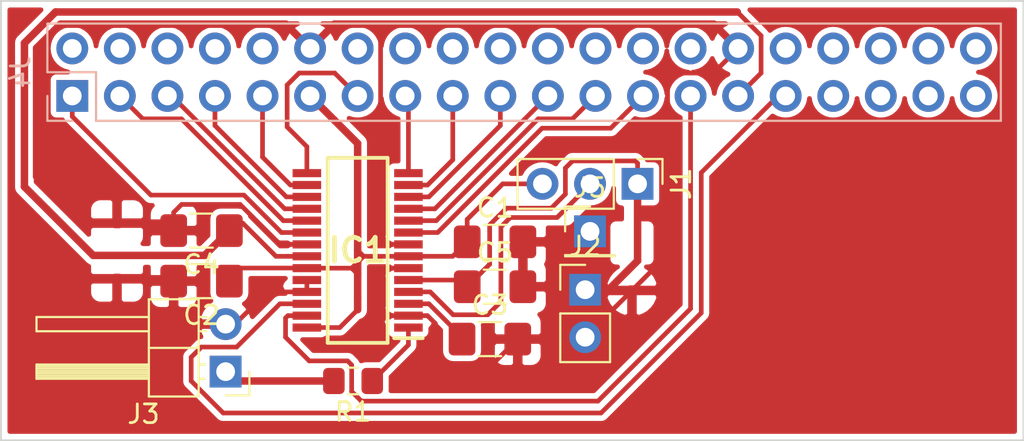
<source format=kicad_pcb>
(kicad_pcb (version 20171130) (host pcbnew "(5.1.4)-1")

  (general
    (thickness 1.6)
    (drawings 4)
    (tracks 191)
    (zones 0)
    (modules 12)
    (nets 23)
  )

  (page A4)
  (layers
    (0 F.Cu signal)
    (31 B.Cu signal hide)
    (32 B.Adhes user hide)
    (33 F.Adhes user hide)
    (34 B.Paste user hide)
    (35 F.Paste user hide)
    (36 B.SilkS user hide)
    (37 F.SilkS user hide)
    (38 B.Mask user hide)
    (39 F.Mask user)
    (40 Dwgs.User user hide)
    (41 Cmts.User user hide)
    (42 Eco1.User user hide)
    (43 Eco2.User user hide)
    (44 Edge.Cuts user)
    (45 Margin user hide)
    (46 B.CrtYd user)
    (47 F.CrtYd user hide)
    (48 B.Fab user hide)
    (49 F.Fab user)
  )

  (setup
    (last_trace_width 0.25)
    (user_trace_width 0.4)
    (trace_clearance 0.25)
    (zone_clearance 0.254)
    (zone_45_only no)
    (trace_min 0.2)
    (via_size 0.8)
    (via_drill 0.4)
    (via_min_size 0.4)
    (via_min_drill 0.3)
    (uvia_size 0.3)
    (uvia_drill 0.1)
    (uvias_allowed no)
    (uvia_min_size 0.2)
    (uvia_min_drill 0.1)
    (edge_width 0.05)
    (segment_width 0.2)
    (pcb_text_width 0.3)
    (pcb_text_size 1.5 1.5)
    (mod_edge_width 0.12)
    (mod_text_size 1 1)
    (mod_text_width 0.15)
    (pad_size 1.7 1.7)
    (pad_drill 1)
    (pad_to_mask_clearance 0.051)
    (solder_mask_min_width 0.25)
    (aux_axis_origin 0 0)
    (visible_elements 7FFFFFFF)
    (pcbplotparams
      (layerselection 0x01000_7fffffff)
      (usegerberextensions false)
      (usegerberattributes false)
      (usegerberadvancedattributes false)
      (creategerberjobfile false)
      (excludeedgelayer true)
      (linewidth 0.100000)
      (plotframeref false)
      (viasonmask false)
      (mode 1)
      (useauxorigin false)
      (hpglpennumber 1)
      (hpglpenspeed 20)
      (hpglpendiameter 15.000000)
      (psnegative false)
      (psa4output false)
      (plotreference false)
      (plotvalue false)
      (plotinvisibletext false)
      (padsonsilk false)
      (subtractmaskfromsilk false)
      (outputformat 1)
      (mirror false)
      (drillshape 0)
      (scaleselection 1)
      (outputdirectory "./"))
  )

  (net 0 "")
  (net 1 +5V)
  (net 2 GND)
  (net 3 +3V3)
  (net 4 "Net-(IC1-Pad1)")
  (net 5 D11)
  (net 6 D10)
  (net 7 D9)
  (net 8 D8)
  (net 9 D7)
  (net 10 D6)
  (net 11 D5)
  (net 12 D4)
  (net 13 D3)
  (net 14 D2)
  (net 15 D1)
  (net 16 D0)
  (net 17 CLK)
  (net 18 OF)
  (net 19 "Net-(C3-Pad1)")
  (net 20 Vref)
  (net 21 Sense)
  (net 22 "Net-(J3-Pad1)")

  (net_class Default "Dies ist die voreingestellte Netzklasse."
    (clearance 0.25)
    (trace_width 0.25)
    (via_dia 0.8)
    (via_drill 0.4)
    (uvia_dia 0.3)
    (uvia_drill 0.1)
    (add_net +3V3)
    (add_net +5V)
    (add_net CLK)
    (add_net D0)
    (add_net D1)
    (add_net D10)
    (add_net D11)
    (add_net D2)
    (add_net D3)
    (add_net D4)
    (add_net D5)
    (add_net D6)
    (add_net D7)
    (add_net D8)
    (add_net D9)
    (add_net GND)
    (add_net "Net-(C3-Pad1)")
    (add_net "Net-(IC1-Pad1)")
    (add_net "Net-(J3-Pad1)")
    (add_net "Net-(J4-Pad10)")
    (add_net "Net-(J4-Pad14)")
    (add_net "Net-(J4-Pad16)")
    (add_net "Net-(J4-Pad18)")
    (add_net "Net-(J4-Pad2)")
    (add_net "Net-(J4-Pad20)")
    (add_net "Net-(J4-Pad22)")
    (add_net "Net-(J4-Pad24)")
    (add_net "Net-(J4-Pad26)")
    (add_net "Net-(J4-Pad28)")
    (add_net "Net-(J4-Pad32)")
    (add_net "Net-(J4-Pad33)")
    (add_net "Net-(J4-Pad34)")
    (add_net "Net-(J4-Pad35)")
    (add_net "Net-(J4-Pad36)")
    (add_net "Net-(J4-Pad37)")
    (add_net "Net-(J4-Pad38)")
    (add_net "Net-(J4-Pad39)")
    (add_net "Net-(J4-Pad4)")
    (add_net "Net-(J4-Pad40)")
    (add_net "Net-(J4-Pad6)")
    (add_net "Net-(J4-Pad8)")
    (add_net OF)
    (add_net Sense)
    (add_net Vref)
  )

  (module Connector_PinHeader_2.54mm:PinHeader_1x01_P2.54mm_Vertical (layer F.Cu) (tedit 59FED5CC) (tstamp 605CFF1D)
    (at 158.46 58.04)
    (descr "Through hole straight pin header, 1x01, 2.54mm pitch, single row")
    (tags "Through hole pin header THT 1x01 2.54mm single row")
    (path /606689ED)
    (fp_text reference J5 (at 0 -2.33) (layer F.SilkS)
      (effects (font (size 1 1) (thickness 0.15)))
    )
    (fp_text value Conn_01x01_Male (at 0 2.33) (layer F.Fab)
      (effects (font (size 1 1) (thickness 0.15)))
    )
    (fp_text user %R (at 0 0 90) (layer F.Fab)
      (effects (font (size 1 1) (thickness 0.15)))
    )
    (fp_line (start 1.8 -1.8) (end -1.8 -1.8) (layer F.CrtYd) (width 0.05))
    (fp_line (start 1.8 1.8) (end 1.8 -1.8) (layer F.CrtYd) (width 0.05))
    (fp_line (start -1.8 1.8) (end 1.8 1.8) (layer F.CrtYd) (width 0.05))
    (fp_line (start -1.8 -1.8) (end -1.8 1.8) (layer F.CrtYd) (width 0.05))
    (fp_line (start -1.33 -1.33) (end 0 -1.33) (layer F.SilkS) (width 0.12))
    (fp_line (start -1.33 0) (end -1.33 -1.33) (layer F.SilkS) (width 0.12))
    (fp_line (start -1.33 1.27) (end 1.33 1.27) (layer F.SilkS) (width 0.12))
    (fp_line (start 1.33 1.27) (end 1.33 1.33) (layer F.SilkS) (width 0.12))
    (fp_line (start -1.33 1.27) (end -1.33 1.33) (layer F.SilkS) (width 0.12))
    (fp_line (start -1.33 1.33) (end 1.33 1.33) (layer F.SilkS) (width 0.12))
    (fp_line (start -1.27 -0.635) (end -0.635 -1.27) (layer F.Fab) (width 0.1))
    (fp_line (start -1.27 1.27) (end -1.27 -0.635) (layer F.Fab) (width 0.1))
    (fp_line (start 1.27 1.27) (end -1.27 1.27) (layer F.Fab) (width 0.1))
    (fp_line (start 1.27 -1.27) (end 1.27 1.27) (layer F.Fab) (width 0.1))
    (fp_line (start -0.635 -1.27) (end 1.27 -1.27) (layer F.Fab) (width 0.1))
    (pad 1 thru_hole rect (at 0 0) (size 1.7 1.7) (drill 1) (layers *.Cu *.Mask)
      (net 2 GND))
    (model ${KISYS3DMOD}/Connector_PinHeader_2.54mm.3dshapes/PinHeader_1x01_P2.54mm_Vertical.wrl
      (at (xyz 0 0 0))
      (scale (xyz 1 1 1))
      (rotate (xyz 0 0 0))
    )
  )

  (module Capacitor_SMD:C_1206_3216Metric_Pad1.42x1.75mm_HandSolder (layer F.Cu) (tedit 5B301BBE) (tstamp 605CDF6D)
    (at 153.1125 63.8)
    (descr "Capacitor SMD 1206 (3216 Metric), square (rectangular) end terminal, IPC_7351 nominal with elongated pad for handsoldering. (Body size source: http://www.tortai-tech.com/upload/download/2011102023233369053.pdf), generated with kicad-footprint-generator")
    (tags "capacitor handsolder")
    (path /604A41B4)
    (attr smd)
    (fp_text reference C3 (at 0 -1.82) (layer F.SilkS)
      (effects (font (size 1 1) (thickness 0.15)))
    )
    (fp_text value 1uF (at 1.175 -1.5) (layer F.Fab)
      (effects (font (size 1 1) (thickness 0.15)))
    )
    (fp_text user %R (at 0 0) (layer F.Fab)
      (effects (font (size 0.8 0.8) (thickness 0.12)))
    )
    (fp_line (start 2.45 1.12) (end -2.45 1.12) (layer F.CrtYd) (width 0.05))
    (fp_line (start 2.45 -1.12) (end 2.45 1.12) (layer F.CrtYd) (width 0.05))
    (fp_line (start -2.45 -1.12) (end 2.45 -1.12) (layer F.CrtYd) (width 0.05))
    (fp_line (start -2.45 1.12) (end -2.45 -1.12) (layer F.CrtYd) (width 0.05))
    (fp_line (start -0.602064 0.91) (end 0.602064 0.91) (layer F.SilkS) (width 0.12))
    (fp_line (start -0.602064 -0.91) (end 0.602064 -0.91) (layer F.SilkS) (width 0.12))
    (fp_line (start 1.6 0.8) (end -1.6 0.8) (layer F.Fab) (width 0.1))
    (fp_line (start 1.6 -0.8) (end 1.6 0.8) (layer F.Fab) (width 0.1))
    (fp_line (start -1.6 -0.8) (end 1.6 -0.8) (layer F.Fab) (width 0.1))
    (fp_line (start -1.6 0.8) (end -1.6 -0.8) (layer F.Fab) (width 0.1))
    (pad 2 smd roundrect (at 1.4875 0) (size 1.425 1.75) (layers F.Cu F.Paste F.Mask) (roundrect_rratio 0.175439)
      (net 2 GND))
    (pad 1 smd roundrect (at -1.4875 0) (size 1.425 1.75) (layers F.Cu F.Paste F.Mask) (roundrect_rratio 0.175439)
      (net 19 "Net-(C3-Pad1)"))
    (model ${KISYS3DMOD}/Capacitor_SMD.3dshapes/C_1206_3216Metric.wrl
      (at (xyz 0 0 0))
      (scale (xyz 1 1 1))
      (rotate (xyz 0 0 0))
    )
  )

  (module Connector_PinHeader_2.54mm:PinHeader_1x03_P2.54mm_Vertical (layer F.Cu) (tedit 59FED5CC) (tstamp 605CD658)
    (at 161 55.5 270)
    (descr "Through hole straight pin header, 1x03, 2.54mm pitch, single row")
    (tags "Through hole pin header THT 1x03 2.54mm single row")
    (path /605ED780)
    (fp_text reference J1 (at 0 -2.33 90) (layer F.SilkS)
      (effects (font (size 1 1) (thickness 0.15)))
    )
    (fp_text value "Reference Select" (at 0 7.41 90) (layer F.Fab)
      (effects (font (size 1 1) (thickness 0.15)))
    )
    (fp_text user %R (at 0 2.54) (layer F.Fab)
      (effects (font (size 1 1) (thickness 0.15)))
    )
    (fp_line (start 1.8 -1.8) (end -1.8 -1.8) (layer F.CrtYd) (width 0.05))
    (fp_line (start 1.8 6.85) (end 1.8 -1.8) (layer F.CrtYd) (width 0.05))
    (fp_line (start -1.8 6.85) (end 1.8 6.85) (layer F.CrtYd) (width 0.05))
    (fp_line (start -1.8 -1.8) (end -1.8 6.85) (layer F.CrtYd) (width 0.05))
    (fp_line (start -1.33 -1.33) (end 0 -1.33) (layer F.SilkS) (width 0.12))
    (fp_line (start -1.33 0) (end -1.33 -1.33) (layer F.SilkS) (width 0.12))
    (fp_line (start -1.33 1.27) (end 1.33 1.27) (layer F.SilkS) (width 0.12))
    (fp_line (start 1.33 1.27) (end 1.33 6.41) (layer F.SilkS) (width 0.12))
    (fp_line (start -1.33 1.27) (end -1.33 6.41) (layer F.SilkS) (width 0.12))
    (fp_line (start -1.33 6.41) (end 1.33 6.41) (layer F.SilkS) (width 0.12))
    (fp_line (start -1.27 -0.635) (end -0.635 -1.27) (layer F.Fab) (width 0.1))
    (fp_line (start -1.27 6.35) (end -1.27 -0.635) (layer F.Fab) (width 0.1))
    (fp_line (start 1.27 6.35) (end -1.27 6.35) (layer F.Fab) (width 0.1))
    (fp_line (start 1.27 -1.27) (end 1.27 6.35) (layer F.Fab) (width 0.1))
    (fp_line (start -0.635 -1.27) (end 1.27 -1.27) (layer F.Fab) (width 0.1))
    (pad 3 thru_hole oval (at 0 5.08 270) (size 1.7 1.7) (drill 1) (layers *.Cu *.Mask)
      (net 1 +5V))
    (pad 2 thru_hole oval (at 0 2.54 270) (size 1.7 1.7) (drill 1) (layers *.Cu *.Mask)
      (net 21 Sense))
    (pad 1 thru_hole rect (at 0 0 270) (size 1.7 1.7) (drill 1) (layers *.Cu *.Mask)
      (net 20 Vref))
    (model ${KISYS3DMOD}/Connector_PinHeader_2.54mm.3dshapes/PinHeader_1x03_P2.54mm_Vertical.wrl
      (at (xyz 0 0 0))
      (scale (xyz 1 1 1))
      (rotate (xyz 0 0 0))
    )
  )

  (module Capacitor_SMD:C_1206_3216Metric_Pad1.42x1.75mm_HandSolder (layer F.Cu) (tedit 5B301BBE) (tstamp 604A6584)
    (at 153.3875 58.6)
    (descr "Capacitor SMD 1206 (3216 Metric), square (rectangular) end terminal, IPC_7351 nominal with elongated pad for handsoldering. (Body size source: http://www.tortai-tech.com/upload/download/2011102023233369053.pdf), generated with kicad-footprint-generator")
    (tags "capacitor handsolder")
    (path /604A47B5)
    (attr smd)
    (fp_text reference C1 (at 0 -1.82) (layer F.SilkS)
      (effects (font (size 1 1) (thickness 0.15)))
    )
    (fp_text value 1uF (at 0.925 -1.65) (layer F.Fab)
      (effects (font (size 1 1) (thickness 0.15)))
    )
    (fp_line (start -1.6 0.8) (end -1.6 -0.8) (layer F.Fab) (width 0.1))
    (fp_line (start -1.6 -0.8) (end 1.6 -0.8) (layer F.Fab) (width 0.1))
    (fp_line (start 1.6 -0.8) (end 1.6 0.8) (layer F.Fab) (width 0.1))
    (fp_line (start 1.6 0.8) (end -1.6 0.8) (layer F.Fab) (width 0.1))
    (fp_line (start -0.602064 -0.91) (end 0.602064 -0.91) (layer F.SilkS) (width 0.12))
    (fp_line (start -0.602064 0.91) (end 0.602064 0.91) (layer F.SilkS) (width 0.12))
    (fp_line (start -2.45 1.12) (end -2.45 -1.12) (layer F.CrtYd) (width 0.05))
    (fp_line (start -2.45 -1.12) (end 2.45 -1.12) (layer F.CrtYd) (width 0.05))
    (fp_line (start 2.45 -1.12) (end 2.45 1.12) (layer F.CrtYd) (width 0.05))
    (fp_line (start 2.45 1.12) (end -2.45 1.12) (layer F.CrtYd) (width 0.05))
    (fp_text user %R (at 0 0) (layer F.Fab)
      (effects (font (size 0.8 0.8) (thickness 0.12)))
    )
    (pad 1 smd roundrect (at -1.4875 0) (size 1.425 1.75) (layers F.Cu F.Paste F.Mask) (roundrect_rratio 0.175439)
      (net 1 +5V))
    (pad 2 smd roundrect (at 1.4875 0) (size 1.425 1.75) (layers F.Cu F.Paste F.Mask) (roundrect_rratio 0.175439)
      (net 2 GND))
    (model ${KISYS3DMOD}/Capacitor_SMD.3dshapes/C_1206_3216Metric.wrl
      (at (xyz 0 0 0))
      (scale (xyz 1 1 1))
      (rotate (xyz 0 0 0))
    )
  )

  (module Capacitor_SMD:C_1206_3216Metric_Pad1.42x1.75mm_HandSolder (layer F.Cu) (tedit 5B301BBE) (tstamp 604A6595)
    (at 137.7125 60.7 180)
    (descr "Capacitor SMD 1206 (3216 Metric), square (rectangular) end terminal, IPC_7351 nominal with elongated pad for handsoldering. (Body size source: http://www.tortai-tech.com/upload/download/2011102023233369053.pdf), generated with kicad-footprint-generator")
    (tags "capacitor handsolder")
    (path /604A387E)
    (attr smd)
    (fp_text reference C2 (at 0 -1.82 180) (layer F.SilkS)
      (effects (font (size 1 1) (thickness 0.15)))
    )
    (fp_text value 1uF (at -1.38 1.555 180) (layer F.Fab)
      (effects (font (size 1 1) (thickness 0.15)))
    )
    (fp_line (start -1.6 0.8) (end -1.6 -0.8) (layer F.Fab) (width 0.1))
    (fp_line (start -1.6 -0.8) (end 1.6 -0.8) (layer F.Fab) (width 0.1))
    (fp_line (start 1.6 -0.8) (end 1.6 0.8) (layer F.Fab) (width 0.1))
    (fp_line (start 1.6 0.8) (end -1.6 0.8) (layer F.Fab) (width 0.1))
    (fp_line (start -0.602064 -0.91) (end 0.602064 -0.91) (layer F.SilkS) (width 0.12))
    (fp_line (start -0.602064 0.91) (end 0.602064 0.91) (layer F.SilkS) (width 0.12))
    (fp_line (start -2.45 1.12) (end -2.45 -1.12) (layer F.CrtYd) (width 0.05))
    (fp_line (start -2.45 -1.12) (end 2.45 -1.12) (layer F.CrtYd) (width 0.05))
    (fp_line (start 2.45 -1.12) (end 2.45 1.12) (layer F.CrtYd) (width 0.05))
    (fp_line (start 2.45 1.12) (end -2.45 1.12) (layer F.CrtYd) (width 0.05))
    (fp_text user %R (at 0 0 180) (layer F.Fab)
      (effects (font (size 0.8 0.8) (thickness 0.12)))
    )
    (pad 1 smd roundrect (at -1.4875 0 180) (size 1.425 1.75) (layers F.Cu F.Paste F.Mask) (roundrect_rratio 0.175439)
      (net 1 +5V))
    (pad 2 smd roundrect (at 1.4875 0 180) (size 1.425 1.75) (layers F.Cu F.Paste F.Mask) (roundrect_rratio 0.175439)
      (net 2 GND))
    (model ${KISYS3DMOD}/Capacitor_SMD.3dshapes/C_1206_3216Metric.wrl
      (at (xyz 0 0 0))
      (scale (xyz 1 1 1))
      (rotate (xyz 0 0 0))
    )
  )

  (module Capacitor_SMD:C_1206_3216Metric_Pad1.42x1.75mm_HandSolder (layer F.Cu) (tedit 5B301BBE) (tstamp 604A65B7)
    (at 137.7125 58 180)
    (descr "Capacitor SMD 1206 (3216 Metric), square (rectangular) end terminal, IPC_7351 nominal with elongated pad for handsoldering. (Body size source: http://www.tortai-tech.com/upload/download/2011102023233369053.pdf), generated with kicad-footprint-generator")
    (tags "capacitor handsolder")
    (path /604AF94A)
    (attr smd)
    (fp_text reference C4 (at 0 -1.82 180) (layer F.SilkS)
      (effects (font (size 1 1) (thickness 0.15)))
    )
    (fp_text value 1uF (at -1.13 1.63 180) (layer F.Fab)
      (effects (font (size 1 1) (thickness 0.15)))
    )
    (fp_text user %R (at 0 0 180) (layer F.Fab)
      (effects (font (size 0.8 0.8) (thickness 0.12)))
    )
    (fp_line (start 2.45 1.12) (end -2.45 1.12) (layer F.CrtYd) (width 0.05))
    (fp_line (start 2.45 -1.12) (end 2.45 1.12) (layer F.CrtYd) (width 0.05))
    (fp_line (start -2.45 -1.12) (end 2.45 -1.12) (layer F.CrtYd) (width 0.05))
    (fp_line (start -2.45 1.12) (end -2.45 -1.12) (layer F.CrtYd) (width 0.05))
    (fp_line (start -0.602064 0.91) (end 0.602064 0.91) (layer F.SilkS) (width 0.12))
    (fp_line (start -0.602064 -0.91) (end 0.602064 -0.91) (layer F.SilkS) (width 0.12))
    (fp_line (start 1.6 0.8) (end -1.6 0.8) (layer F.Fab) (width 0.1))
    (fp_line (start 1.6 -0.8) (end 1.6 0.8) (layer F.Fab) (width 0.1))
    (fp_line (start -1.6 -0.8) (end 1.6 -0.8) (layer F.Fab) (width 0.1))
    (fp_line (start -1.6 0.8) (end -1.6 -0.8) (layer F.Fab) (width 0.1))
    (pad 2 smd roundrect (at 1.4875 0 180) (size 1.425 1.75) (layers F.Cu F.Paste F.Mask) (roundrect_rratio 0.175439)
      (net 2 GND))
    (pad 1 smd roundrect (at -1.4875 0 180) (size 1.425 1.75) (layers F.Cu F.Paste F.Mask) (roundrect_rratio 0.175439)
      (net 3 +3V3))
    (model ${KISYS3DMOD}/Capacitor_SMD.3dshapes/C_1206_3216Metric.wrl
      (at (xyz 0 0 0))
      (scale (xyz 1 1 1))
      (rotate (xyz 0 0 0))
    )
  )

  (module Capacitor_SMD:C_1206_3216Metric_Pad1.42x1.75mm_HandSolder (layer F.Cu) (tedit 5B301BBE) (tstamp 604A65C8)
    (at 153.3875 61)
    (descr "Capacitor SMD 1206 (3216 Metric), square (rectangular) end terminal, IPC_7351 nominal with elongated pad for handsoldering. (Body size source: http://www.tortai-tech.com/upload/download/2011102023233369053.pdf), generated with kicad-footprint-generator")
    (tags "capacitor handsolder")
    (path /604BE33A)
    (attr smd)
    (fp_text reference C5 (at 0 -1.82) (layer F.SilkS)
      (effects (font (size 1 1) (thickness 0.15)))
    )
    (fp_text value 1uF (at 1.175 -1.575) (layer F.Fab)
      (effects (font (size 1 1) (thickness 0.15)))
    )
    (fp_line (start -1.6 0.8) (end -1.6 -0.8) (layer F.Fab) (width 0.1))
    (fp_line (start -1.6 -0.8) (end 1.6 -0.8) (layer F.Fab) (width 0.1))
    (fp_line (start 1.6 -0.8) (end 1.6 0.8) (layer F.Fab) (width 0.1))
    (fp_line (start 1.6 0.8) (end -1.6 0.8) (layer F.Fab) (width 0.1))
    (fp_line (start -0.602064 -0.91) (end 0.602064 -0.91) (layer F.SilkS) (width 0.12))
    (fp_line (start -0.602064 0.91) (end 0.602064 0.91) (layer F.SilkS) (width 0.12))
    (fp_line (start -2.45 1.12) (end -2.45 -1.12) (layer F.CrtYd) (width 0.05))
    (fp_line (start -2.45 -1.12) (end 2.45 -1.12) (layer F.CrtYd) (width 0.05))
    (fp_line (start 2.45 -1.12) (end 2.45 1.12) (layer F.CrtYd) (width 0.05))
    (fp_line (start 2.45 1.12) (end -2.45 1.12) (layer F.CrtYd) (width 0.05))
    (fp_text user %R (at 0 0) (layer F.Fab)
      (effects (font (size 0.8 0.8) (thickness 0.12)))
    )
    (pad 1 smd roundrect (at -1.4875 0) (size 1.425 1.75) (layers F.Cu F.Paste F.Mask) (roundrect_rratio 0.175439)
      (net 20 Vref))
    (pad 2 smd roundrect (at 1.4875 0) (size 1.425 1.75) (layers F.Cu F.Paste F.Mask) (roundrect_rratio 0.175439)
      (net 2 GND))
    (model ${KISYS3DMOD}/Capacitor_SMD.3dshapes/C_1206_3216Metric.wrl
      (at (xyz 0 0 0))
      (scale (xyz 1 1 1))
      (rotate (xyz 0 0 0))
    )
  )

  (module SamacSys_Parts:SOP64P601X175-28N (layer F.Cu) (tedit 0) (tstamp 604A65F7)
    (at 146.05 59.055 180)
    (descr "GN (28-Lead SSOP)")
    (tags "Integrated Circuit")
    (path /604A0201)
    (attr smd)
    (fp_text reference IC1 (at 0 0 180) (layer F.SilkS)
      (effects (font (size 1.27 1.27) (thickness 0.254)))
    )
    (fp_text value LTC1420CGN#PBF (at 0 0 180) (layer F.SilkS) hide
      (effects (font (size 1.27 1.27) (thickness 0.254)))
    )
    (fp_text user %R (at 0 0 180) (layer F.Fab)
      (effects (font (size 1.27 1.27) (thickness 0.254)))
    )
    (fp_line (start -3.725 -5.241) (end 3.725 -5.241) (layer F.CrtYd) (width 0.05))
    (fp_line (start 3.725 -5.241) (end 3.725 5.241) (layer F.CrtYd) (width 0.05))
    (fp_line (start 3.725 5.241) (end -3.725 5.241) (layer F.CrtYd) (width 0.05))
    (fp_line (start -3.725 5.241) (end -3.725 -5.241) (layer F.CrtYd) (width 0.05))
    (fp_line (start -1.95 -4.946) (end 1.95 -4.946) (layer F.Fab) (width 0.1))
    (fp_line (start 1.95 -4.946) (end 1.95 4.946) (layer F.Fab) (width 0.1))
    (fp_line (start 1.95 4.946) (end -1.95 4.946) (layer F.Fab) (width 0.1))
    (fp_line (start -1.95 4.946) (end -1.95 -4.946) (layer F.Fab) (width 0.1))
    (fp_line (start -1.95 -4.312) (end -1.314 -4.946) (layer F.Fab) (width 0.1))
    (fp_line (start -1.6 -4.946) (end 1.6 -4.946) (layer F.SilkS) (width 0.2))
    (fp_line (start 1.6 -4.946) (end 1.6 4.946) (layer F.SilkS) (width 0.2))
    (fp_line (start 1.6 4.946) (end -1.6 4.946) (layer F.SilkS) (width 0.2))
    (fp_line (start -1.6 4.946) (end -1.6 -4.946) (layer F.SilkS) (width 0.2))
    (fp_line (start -3.475 -4.695) (end -1.95 -4.695) (layer F.SilkS) (width 0.2))
    (pad 1 smd rect (at -2.712 -4.128 270) (size 0.435 1.526) (layers F.Cu F.Paste F.Mask)
      (net 4 "Net-(IC1-Pad1)"))
    (pad 2 smd rect (at -2.712 -3.492 270) (size 0.435 1.526) (layers F.Cu F.Paste F.Mask)
      (net 2 GND))
    (pad 3 smd rect (at -2.712 -2.858 270) (size 0.435 1.526) (layers F.Cu F.Paste F.Mask)
      (net 19 "Net-(C3-Pad1)"))
    (pad 4 smd rect (at -2.712 -2.222 270) (size 0.435 1.526) (layers F.Cu F.Paste F.Mask)
      (net 21 Sense))
    (pad 5 smd rect (at -2.712 -1.588 270) (size 0.435 1.526) (layers F.Cu F.Paste F.Mask)
      (net 20 Vref))
    (pad 6 smd rect (at -2.712 -0.952 270) (size 0.435 1.526) (layers F.Cu F.Paste F.Mask)
      (net 2 GND))
    (pad 7 smd rect (at -2.712 -0.318 270) (size 0.435 1.526) (layers F.Cu F.Paste F.Mask)
      (net 1 +5V))
    (pad 8 smd rect (at -2.712 0.318 270) (size 0.435 1.526) (layers F.Cu F.Paste F.Mask)
      (net 2 GND))
    (pad 9 smd rect (at -2.712 0.952 270) (size 0.435 1.526) (layers F.Cu F.Paste F.Mask)
      (net 5 D11))
    (pad 10 smd rect (at -2.712 1.588 270) (size 0.435 1.526) (layers F.Cu F.Paste F.Mask)
      (net 6 D10))
    (pad 11 smd rect (at -2.712 2.222 270) (size 0.435 1.526) (layers F.Cu F.Paste F.Mask)
      (net 7 D9))
    (pad 12 smd rect (at -2.712 2.858 270) (size 0.435 1.526) (layers F.Cu F.Paste F.Mask)
      (net 8 D8))
    (pad 13 smd rect (at -2.712 3.492 270) (size 0.435 1.526) (layers F.Cu F.Paste F.Mask)
      (net 9 D7))
    (pad 14 smd rect (at -2.712 4.128 270) (size 0.435 1.526) (layers F.Cu F.Paste F.Mask)
      (net 10 D6))
    (pad 15 smd rect (at 2.712 4.128 270) (size 0.435 1.526) (layers F.Cu F.Paste F.Mask)
      (net 11 D5))
    (pad 16 smd rect (at 2.712 3.492 270) (size 0.435 1.526) (layers F.Cu F.Paste F.Mask)
      (net 12 D4))
    (pad 17 smd rect (at 2.712 2.858 270) (size 0.435 1.526) (layers F.Cu F.Paste F.Mask)
      (net 13 D3))
    (pad 18 smd rect (at 2.712 2.222 270) (size 0.435 1.526) (layers F.Cu F.Paste F.Mask)
      (net 14 D2))
    (pad 19 smd rect (at 2.712 1.588 270) (size 0.435 1.526) (layers F.Cu F.Paste F.Mask)
      (net 15 D1))
    (pad 20 smd rect (at 2.712 0.952 270) (size 0.435 1.526) (layers F.Cu F.Paste F.Mask)
      (net 16 D0))
    (pad 21 smd rect (at 2.712 0.318 270) (size 0.435 1.526) (layers F.Cu F.Paste F.Mask)
      (net 2 GND))
    (pad 22 smd rect (at 2.712 -0.318 270) (size 0.435 1.526) (layers F.Cu F.Paste F.Mask)
      (net 3 +3V3))
    (pad 23 smd rect (at 2.712 -0.952 270) (size 0.435 1.526) (layers F.Cu F.Paste F.Mask)
      (net 1 +5V))
    (pad 24 smd rect (at 2.712 -1.588 270) (size 0.435 1.526) (layers F.Cu F.Paste F.Mask)
      (net 2 GND))
    (pad 25 smd rect (at 2.712 -2.222 270) (size 0.435 1.526) (layers F.Cu F.Paste F.Mask)
      (net 2 GND))
    (pad 26 smd rect (at 2.712 -2.858 270) (size 0.435 1.526) (layers F.Cu F.Paste F.Mask)
      (net 17 CLK))
    (pad 27 smd rect (at 2.712 -3.492 270) (size 0.435 1.526) (layers F.Cu F.Paste F.Mask)
      (net 18 OF))
    (pad 28 smd rect (at 2.712 -4.128 270) (size 0.435 1.526) (layers F.Cu F.Paste F.Mask)
      (net 1 +5V))
    (model D:\Programme_Windows\KiCad\share\kicad\SamacSys\SamacSys_Parts.3dshapes\LTC1420CGN#PBF.stp
      (at (xyz 0 0 0))
      (scale (xyz 1 1 1))
      (rotate (xyz 0 0 0))
    )
  )

  (module Connector_PinSocket_2.54mm:PinSocket_2x20_P2.54mm_Vertical (layer B.Cu) (tedit 5A19A433) (tstamp 604A6635)
    (at 130.81 50.8 270)
    (descr "Through hole straight socket strip, 2x20, 2.54mm pitch, double cols (from Kicad 4.0.7), script generated")
    (tags "Through hole socket strip THT 2x20 2.54mm double row")
    (path /604A458E)
    (fp_text reference J4 (at -1.27 2.77 270) (layer B.SilkS)
      (effects (font (size 1 1) (thickness 0.15)) (justify mirror))
    )
    (fp_text value FPGA_GPIO (at -1.27 -51.03 270) (layer B.Fab)
      (effects (font (size 1 1) (thickness 0.15)) (justify mirror))
    )
    (fp_line (start -3.81 1.27) (end 0.27 1.27) (layer B.Fab) (width 0.1))
    (fp_line (start 0.27 1.27) (end 1.27 0.27) (layer B.Fab) (width 0.1))
    (fp_line (start 1.27 0.27) (end 1.27 -49.53) (layer B.Fab) (width 0.1))
    (fp_line (start 1.27 -49.53) (end -3.81 -49.53) (layer B.Fab) (width 0.1))
    (fp_line (start -3.81 -49.53) (end -3.81 1.27) (layer B.Fab) (width 0.1))
    (fp_line (start -3.87 1.33) (end -1.27 1.33) (layer B.SilkS) (width 0.12))
    (fp_line (start -3.87 1.33) (end -3.87 -49.59) (layer B.SilkS) (width 0.12))
    (fp_line (start -3.87 -49.59) (end 1.33 -49.59) (layer B.SilkS) (width 0.12))
    (fp_line (start 1.33 -1.27) (end 1.33 -49.59) (layer B.SilkS) (width 0.12))
    (fp_line (start -1.27 -1.27) (end 1.33 -1.27) (layer B.SilkS) (width 0.12))
    (fp_line (start -1.27 1.33) (end -1.27 -1.27) (layer B.SilkS) (width 0.12))
    (fp_line (start 1.33 1.33) (end 1.33 0) (layer B.SilkS) (width 0.12))
    (fp_line (start 0 1.33) (end 1.33 1.33) (layer B.SilkS) (width 0.12))
    (fp_line (start -4.34 1.8) (end 1.76 1.8) (layer B.CrtYd) (width 0.05))
    (fp_line (start 1.76 1.8) (end 1.76 -50) (layer B.CrtYd) (width 0.05))
    (fp_line (start 1.76 -50) (end -4.34 -50) (layer B.CrtYd) (width 0.05))
    (fp_line (start -4.34 -50) (end -4.34 1.8) (layer B.CrtYd) (width 0.05))
    (fp_text user %R (at -1.27 -24.13 180) (layer B.Fab)
      (effects (font (size 1 1) (thickness 0.15)) (justify mirror))
    )
    (pad 1 thru_hole rect (at 0 0 270) (size 1.7 1.7) (drill 1) (layers *.Cu *.Mask)
      (net 16 D0))
    (pad 2 thru_hole oval (at -2.54 0 270) (size 1.7 1.7) (drill 1) (layers *.Cu *.Mask))
    (pad 3 thru_hole oval (at 0 -2.54 270) (size 1.7 1.7) (drill 1) (layers *.Cu *.Mask)
      (net 15 D1))
    (pad 4 thru_hole oval (at -2.54 -2.54 270) (size 1.7 1.7) (drill 1) (layers *.Cu *.Mask))
    (pad 5 thru_hole oval (at 0 -5.08 270) (size 1.7 1.7) (drill 1) (layers *.Cu *.Mask)
      (net 14 D2))
    (pad 6 thru_hole oval (at -2.54 -5.08 270) (size 1.7 1.7) (drill 1) (layers *.Cu *.Mask))
    (pad 7 thru_hole oval (at 0 -7.62 270) (size 1.7 1.7) (drill 1) (layers *.Cu *.Mask)
      (net 13 D3))
    (pad 8 thru_hole oval (at -2.54 -7.62 270) (size 1.7 1.7) (drill 1) (layers *.Cu *.Mask))
    (pad 9 thru_hole oval (at 0 -10.16 270) (size 1.7 1.7) (drill 1) (layers *.Cu *.Mask)
      (net 12 D4))
    (pad 10 thru_hole oval (at -2.54 -10.16 270) (size 1.7 1.7) (drill 1) (layers *.Cu *.Mask))
    (pad 11 thru_hole oval (at 0 -12.7 270) (size 1.7 1.7) (drill 1) (layers *.Cu *.Mask)
      (net 1 +5V))
    (pad 12 thru_hole oval (at -2.54 -12.7 270) (size 1.7 1.7) (drill 1) (layers *.Cu *.Mask)
      (net 2 GND))
    (pad 13 thru_hole oval (at 0 -15.24 270) (size 1.7 1.7) (drill 1) (layers *.Cu *.Mask)
      (net 11 D5))
    (pad 14 thru_hole oval (at -2.54 -15.24 270) (size 1.7 1.7) (drill 1) (layers *.Cu *.Mask))
    (pad 15 thru_hole oval (at 0 -17.78 270) (size 1.7 1.7) (drill 1) (layers *.Cu *.Mask)
      (net 10 D6))
    (pad 16 thru_hole oval (at -2.54 -17.78 270) (size 1.7 1.7) (drill 1) (layers *.Cu *.Mask))
    (pad 17 thru_hole oval (at 0 -20.32 270) (size 1.7 1.7) (drill 1) (layers *.Cu *.Mask)
      (net 9 D7))
    (pad 18 thru_hole oval (at -2.54 -20.32 270) (size 1.7 1.7) (drill 1) (layers *.Cu *.Mask))
    (pad 19 thru_hole oval (at 0 -22.86 270) (size 1.7 1.7) (drill 1) (layers *.Cu *.Mask)
      (net 8 D8))
    (pad 20 thru_hole oval (at -2.54 -22.86 270) (size 1.7 1.7) (drill 1) (layers *.Cu *.Mask))
    (pad 21 thru_hole oval (at 0 -25.4 270) (size 1.7 1.7) (drill 1) (layers *.Cu *.Mask)
      (net 7 D9))
    (pad 22 thru_hole oval (at -2.54 -25.4 270) (size 1.7 1.7) (drill 1) (layers *.Cu *.Mask))
    (pad 23 thru_hole oval (at 0 -27.94 270) (size 1.7 1.7) (drill 1) (layers *.Cu *.Mask)
      (net 6 D10))
    (pad 24 thru_hole oval (at -2.54 -27.94 270) (size 1.7 1.7) (drill 1) (layers *.Cu *.Mask))
    (pad 25 thru_hole oval (at 0 -30.48 270) (size 1.7 1.7) (drill 1) (layers *.Cu *.Mask)
      (net 5 D11))
    (pad 26 thru_hole oval (at -2.54 -30.48 270) (size 1.7 1.7) (drill 1) (layers *.Cu *.Mask))
    (pad 27 thru_hole oval (at 0 -33.02 270) (size 1.7 1.7) (drill 1) (layers *.Cu *.Mask)
      (net 18 OF))
    (pad 28 thru_hole oval (at -2.54 -33.02 270) (size 1.7 1.7) (drill 1) (layers *.Cu *.Mask))
    (pad 29 thru_hole oval (at 0 -35.56 270) (size 1.7 1.7) (drill 1) (layers *.Cu *.Mask)
      (net 3 +3V3))
    (pad 30 thru_hole oval (at -2.54 -35.56 270) (size 1.7 1.7) (drill 1) (layers *.Cu *.Mask)
      (net 2 GND))
    (pad 31 thru_hole oval (at 0 -38.1 270) (size 1.7 1.7) (drill 1) (layers *.Cu *.Mask)
      (net 17 CLK))
    (pad 32 thru_hole oval (at -2.54 -38.1 270) (size 1.7 1.7) (drill 1) (layers *.Cu *.Mask))
    (pad 33 thru_hole oval (at 0 -40.64 270) (size 1.7 1.7) (drill 1) (layers *.Cu *.Mask))
    (pad 34 thru_hole oval (at -2.54 -40.64 270) (size 1.7 1.7) (drill 1) (layers *.Cu *.Mask))
    (pad 35 thru_hole oval (at 0 -43.18 270) (size 1.7 1.7) (drill 1) (layers *.Cu *.Mask))
    (pad 36 thru_hole oval (at -2.54 -43.18 270) (size 1.7 1.7) (drill 1) (layers *.Cu *.Mask))
    (pad 37 thru_hole oval (at 0 -45.72 270) (size 1.7 1.7) (drill 1) (layers *.Cu *.Mask))
    (pad 38 thru_hole oval (at -2.54 -45.72 270) (size 1.7 1.7) (drill 1) (layers *.Cu *.Mask))
    (pad 39 thru_hole oval (at 0 -48.26 270) (size 1.7 1.7) (drill 1) (layers *.Cu *.Mask))
    (pad 40 thru_hole oval (at -2.54 -48.26 270) (size 1.7 1.7) (drill 1) (layers *.Cu *.Mask))
    (model ${KISYS3DMOD}/Connector_PinSocket_2.54mm.3dshapes/PinSocket_2x20_P2.54mm_Vertical.wrl
      (at (xyz 0 0 0))
      (scale (xyz 1 1 1))
      (rotate (xyz 0 0 0))
    )
  )

  (module Resistor_SMD:R_0805_2012Metric_Pad1.15x1.40mm_HandSolder (layer F.Cu) (tedit 5B36C52B) (tstamp 604A667C)
    (at 145.805 66.04 180)
    (descr "Resistor SMD 0805 (2012 Metric), square (rectangular) end terminal, IPC_7351 nominal with elongated pad for handsoldering. (Body size source: https://docs.google.com/spreadsheets/d/1BsfQQcO9C6DZCsRaXUlFlo91Tg2WpOkGARC1WS5S8t0/edit?usp=sharing), generated with kicad-footprint-generator")
    (tags "resistor handsolder")
    (path /604C7B97)
    (attr smd)
    (fp_text reference R1 (at 0 -1.65 180) (layer F.SilkS)
      (effects (font (size 1 1) (thickness 0.15)))
    )
    (fp_text value 30k (at 0.055 -1.71 180) (layer F.Fab)
      (effects (font (size 1 1) (thickness 0.15)))
    )
    (fp_line (start -1 0.6) (end -1 -0.6) (layer F.Fab) (width 0.1))
    (fp_line (start -1 -0.6) (end 1 -0.6) (layer F.Fab) (width 0.1))
    (fp_line (start 1 -0.6) (end 1 0.6) (layer F.Fab) (width 0.1))
    (fp_line (start 1 0.6) (end -1 0.6) (layer F.Fab) (width 0.1))
    (fp_line (start -0.261252 -0.71) (end 0.261252 -0.71) (layer F.SilkS) (width 0.12))
    (fp_line (start -0.261252 0.71) (end 0.261252 0.71) (layer F.SilkS) (width 0.12))
    (fp_line (start -1.85 0.95) (end -1.85 -0.95) (layer F.CrtYd) (width 0.05))
    (fp_line (start -1.85 -0.95) (end 1.85 -0.95) (layer F.CrtYd) (width 0.05))
    (fp_line (start 1.85 -0.95) (end 1.85 0.95) (layer F.CrtYd) (width 0.05))
    (fp_line (start 1.85 0.95) (end -1.85 0.95) (layer F.CrtYd) (width 0.05))
    (fp_text user %R (at 0 0 180) (layer F.Fab)
      (effects (font (size 0.5 0.5) (thickness 0.08)))
    )
    (pad 1 smd roundrect (at -1.025 0 180) (size 1.15 1.4) (layers F.Cu F.Paste F.Mask) (roundrect_rratio 0.217391)
      (net 4 "Net-(IC1-Pad1)"))
    (pad 2 smd roundrect (at 1.025 0 180) (size 1.15 1.4) (layers F.Cu F.Paste F.Mask) (roundrect_rratio 0.217391)
      (net 22 "Net-(J3-Pad1)"))
    (model ${KISYS3DMOD}/Resistor_SMD.3dshapes/R_0805_2012Metric.wrl
      (at (xyz 0 0 0))
      (scale (xyz 1 1 1))
      (rotate (xyz 0 0 0))
    )
  )

  (module Connector_PinHeader_2.54mm:PinHeader_1x02_P2.54mm_Vertical (layer F.Cu) (tedit 59FED5CC) (tstamp 605CE529)
    (at 158.2 61.16)
    (descr "Through hole straight pin header, 1x02, 2.54mm pitch, single row")
    (tags "Through hole pin header THT 1x02 2.54mm single row")
    (path /60609A14)
    (fp_text reference J2 (at 0 -2.33) (layer F.SilkS)
      (effects (font (size 1 1) (thickness 0.15)))
    )
    (fp_text value "Vref input" (at 0 4.87) (layer F.Fab)
      (effects (font (size 1 1) (thickness 0.15)))
    )
    (fp_text user %R (at 0 1.27 90) (layer F.Fab)
      (effects (font (size 1 1) (thickness 0.15)))
    )
    (fp_line (start 1.8 -1.8) (end -1.8 -1.8) (layer F.CrtYd) (width 0.05))
    (fp_line (start 1.8 4.35) (end 1.8 -1.8) (layer F.CrtYd) (width 0.05))
    (fp_line (start -1.8 4.35) (end 1.8 4.35) (layer F.CrtYd) (width 0.05))
    (fp_line (start -1.8 -1.8) (end -1.8 4.35) (layer F.CrtYd) (width 0.05))
    (fp_line (start -1.33 -1.33) (end 0 -1.33) (layer F.SilkS) (width 0.12))
    (fp_line (start -1.33 0) (end -1.33 -1.33) (layer F.SilkS) (width 0.12))
    (fp_line (start -1.33 1.27) (end 1.33 1.27) (layer F.SilkS) (width 0.12))
    (fp_line (start 1.33 1.27) (end 1.33 3.87) (layer F.SilkS) (width 0.12))
    (fp_line (start -1.33 1.27) (end -1.33 3.87) (layer F.SilkS) (width 0.12))
    (fp_line (start -1.33 3.87) (end 1.33 3.87) (layer F.SilkS) (width 0.12))
    (fp_line (start -1.27 -0.635) (end -0.635 -1.27) (layer F.Fab) (width 0.1))
    (fp_line (start -1.27 3.81) (end -1.27 -0.635) (layer F.Fab) (width 0.1))
    (fp_line (start 1.27 3.81) (end -1.27 3.81) (layer F.Fab) (width 0.1))
    (fp_line (start 1.27 -1.27) (end 1.27 3.81) (layer F.Fab) (width 0.1))
    (fp_line (start -0.635 -1.27) (end 1.27 -1.27) (layer F.Fab) (width 0.1))
    (pad 2 thru_hole oval (at 0 2.54) (size 1.7 1.7) (drill 1) (layers *.Cu *.Mask)
      (net 2 GND))
    (pad 1 thru_hole rect (at 0 0) (size 1.7 1.7) (drill 1) (layers *.Cu *.Mask)
      (net 20 Vref))
    (model ${KISYS3DMOD}/Connector_PinHeader_2.54mm.3dshapes/PinHeader_1x02_P2.54mm_Vertical.wrl
      (at (xyz 0 0 0))
      (scale (xyz 1 1 1))
      (rotate (xyz 0 0 0))
    )
  )

  (module Connector_PinHeader_2.54mm:PinHeader_1x02_P2.54mm_Horizontal (layer F.Cu) (tedit 59FED5CB) (tstamp 605CD273)
    (at 139 65.54 180)
    (descr "Through hole angled pin header, 1x02, 2.54mm pitch, 6mm pin length, single row")
    (tags "Through hole angled pin header THT 1x02 2.54mm single row")
    (path /6060326E)
    (fp_text reference J3 (at 4.385 -2.27) (layer F.SilkS)
      (effects (font (size 1 1) (thickness 0.15)))
    )
    (fp_text value input (at 4.385 4.81) (layer F.Fab)
      (effects (font (size 1 1) (thickness 0.15)))
    )
    (fp_line (start 2.135 -1.27) (end 4.04 -1.27) (layer F.Fab) (width 0.1))
    (fp_line (start 4.04 -1.27) (end 4.04 3.81) (layer F.Fab) (width 0.1))
    (fp_line (start 4.04 3.81) (end 1.5 3.81) (layer F.Fab) (width 0.1))
    (fp_line (start 1.5 3.81) (end 1.5 -0.635) (layer F.Fab) (width 0.1))
    (fp_line (start 1.5 -0.635) (end 2.135 -1.27) (layer F.Fab) (width 0.1))
    (fp_line (start -0.32 -0.32) (end 1.5 -0.32) (layer F.Fab) (width 0.1))
    (fp_line (start -0.32 -0.32) (end -0.32 0.32) (layer F.Fab) (width 0.1))
    (fp_line (start -0.32 0.32) (end 1.5 0.32) (layer F.Fab) (width 0.1))
    (fp_line (start 4.04 -0.32) (end 10.04 -0.32) (layer F.Fab) (width 0.1))
    (fp_line (start 10.04 -0.32) (end 10.04 0.32) (layer F.Fab) (width 0.1))
    (fp_line (start 4.04 0.32) (end 10.04 0.32) (layer F.Fab) (width 0.1))
    (fp_line (start -0.32 2.22) (end 1.5 2.22) (layer F.Fab) (width 0.1))
    (fp_line (start -0.32 2.22) (end -0.32 2.86) (layer F.Fab) (width 0.1))
    (fp_line (start -0.32 2.86) (end 1.5 2.86) (layer F.Fab) (width 0.1))
    (fp_line (start 4.04 2.22) (end 10.04 2.22) (layer F.Fab) (width 0.1))
    (fp_line (start 10.04 2.22) (end 10.04 2.86) (layer F.Fab) (width 0.1))
    (fp_line (start 4.04 2.86) (end 10.04 2.86) (layer F.Fab) (width 0.1))
    (fp_line (start 1.44 -1.33) (end 1.44 3.87) (layer F.SilkS) (width 0.12))
    (fp_line (start 1.44 3.87) (end 4.1 3.87) (layer F.SilkS) (width 0.12))
    (fp_line (start 4.1 3.87) (end 4.1 -1.33) (layer F.SilkS) (width 0.12))
    (fp_line (start 4.1 -1.33) (end 1.44 -1.33) (layer F.SilkS) (width 0.12))
    (fp_line (start 4.1 -0.38) (end 10.1 -0.38) (layer F.SilkS) (width 0.12))
    (fp_line (start 10.1 -0.38) (end 10.1 0.38) (layer F.SilkS) (width 0.12))
    (fp_line (start 10.1 0.38) (end 4.1 0.38) (layer F.SilkS) (width 0.12))
    (fp_line (start 4.1 -0.32) (end 10.1 -0.32) (layer F.SilkS) (width 0.12))
    (fp_line (start 4.1 -0.2) (end 10.1 -0.2) (layer F.SilkS) (width 0.12))
    (fp_line (start 4.1 -0.08) (end 10.1 -0.08) (layer F.SilkS) (width 0.12))
    (fp_line (start 4.1 0.04) (end 10.1 0.04) (layer F.SilkS) (width 0.12))
    (fp_line (start 4.1 0.16) (end 10.1 0.16) (layer F.SilkS) (width 0.12))
    (fp_line (start 4.1 0.28) (end 10.1 0.28) (layer F.SilkS) (width 0.12))
    (fp_line (start 1.11 -0.38) (end 1.44 -0.38) (layer F.SilkS) (width 0.12))
    (fp_line (start 1.11 0.38) (end 1.44 0.38) (layer F.SilkS) (width 0.12))
    (fp_line (start 1.44 1.27) (end 4.1 1.27) (layer F.SilkS) (width 0.12))
    (fp_line (start 4.1 2.16) (end 10.1 2.16) (layer F.SilkS) (width 0.12))
    (fp_line (start 10.1 2.16) (end 10.1 2.92) (layer F.SilkS) (width 0.12))
    (fp_line (start 10.1 2.92) (end 4.1 2.92) (layer F.SilkS) (width 0.12))
    (fp_line (start 1.042929 2.16) (end 1.44 2.16) (layer F.SilkS) (width 0.12))
    (fp_line (start 1.042929 2.92) (end 1.44 2.92) (layer F.SilkS) (width 0.12))
    (fp_line (start -1.27 0) (end -1.27 -1.27) (layer F.SilkS) (width 0.12))
    (fp_line (start -1.27 -1.27) (end 0 -1.27) (layer F.SilkS) (width 0.12))
    (fp_line (start -1.8 -1.8) (end -1.8 4.35) (layer F.CrtYd) (width 0.05))
    (fp_line (start -1.8 4.35) (end 10.55 4.35) (layer F.CrtYd) (width 0.05))
    (fp_line (start 10.55 4.35) (end 10.55 -1.8) (layer F.CrtYd) (width 0.05))
    (fp_line (start 10.55 -1.8) (end -1.8 -1.8) (layer F.CrtYd) (width 0.05))
    (fp_text user %R (at 2.77 1.27 90) (layer F.Fab)
      (effects (font (size 1 1) (thickness 0.15)))
    )
    (pad 1 thru_hole rect (at 0 0 180) (size 1.7 1.7) (drill 1) (layers *.Cu *.Mask)
      (net 22 "Net-(J3-Pad1)"))
    (pad 2 thru_hole oval (at 0 2.54 180) (size 1.7 1.7) (drill 1) (layers *.Cu *.Mask)
      (net 2 GND))
    (model ${KISYS3DMOD}/Connector_PinHeader_2.54mm.3dshapes/PinHeader_1x02_P2.54mm_Horizontal.wrl
      (at (xyz 0 0 0))
      (scale (xyz 1 1 1))
      (rotate (xyz 0 0 0))
    )
  )

  (gr_line (start 181.61 45.72) (end 181.61 69.215) (layer Edge.Cuts) (width 0.1))
  (gr_line (start 127 45.72) (end 181.61 45.72) (layer Edge.Cuts) (width 0.1))
  (gr_line (start 127 69.215) (end 127 45.72) (layer Edge.Cuts) (width 0.1))
  (gr_line (start 181.61 69.215) (end 127 69.215) (layer Edge.Cuts) (width 0.1))

  (segment (start 143.51 50.8) (end 144.810001 52.100001) (width 0.4) (layer F.Cu) (net 1) (status 10))
  (segment (start 144.810001 52.100001) (end 146.05 53.34) (width 0.4) (layer F.Cu) (net 1))
  (segment (start 143.338 63.183) (end 145.097 63.183) (width 0.25) (layer F.Cu) (net 1) (status 10))
  (segment (start 145.097 63.183) (end 146.05 62.23) (width 0.25) (layer F.Cu) (net 1))
  (segment (start 145.733 60.007) (end 146.05 59.69) (width 0.25) (layer F.Cu) (net 1))
  (segment (start 143.338 60.007) (end 145.733 60.007) (width 0.25) (layer F.Cu) (net 1) (status 10))
  (segment (start 146.368 59.373) (end 146.05 59.055) (width 0.25) (layer F.Cu) (net 1))
  (segment (start 148.762 59.373) (end 146.368 59.373) (width 0.25) (layer F.Cu) (net 1) (status 10))
  (segment (start 146.05 53.34) (end 146.05 59.055) (width 0.4) (layer F.Cu) (net 1))
  (segment (start 146.05 59.055) (end 146.05 59.69) (width 0.4) (layer F.Cu) (net 1))
  (segment (start 146.367 59.373) (end 146.05 59.69) (width 0.25) (layer F.Cu) (net 1))
  (segment (start 146.368 59.373) (end 146.367 59.373) (width 0.25) (layer F.Cu) (net 1))
  (segment (start 145.733 60.008) (end 146.05 60.325) (width 0.25) (layer F.Cu) (net 1))
  (segment (start 145.733 60.007) (end 145.733 60.008) (width 0.25) (layer F.Cu) (net 1))
  (segment (start 146.05 59.69) (end 146.05 60.325) (width 0.4) (layer F.Cu) (net 1))
  (segment (start 146.05 60.325) (end 146.05 61.595) (width 0.4) (layer F.Cu) (net 1))
  (segment (start 146.05 61.595) (end 146.05 62.23) (width 0.4) (layer F.Cu) (net 1))
  (segment (start 155.92 55.5) (end 153.8 55.5) (width 0.25) (layer F.Cu) (net 1))
  (segment (start 151.9 57.4) (end 151.9 58.6) (width 0.25) (layer F.Cu) (net 1))
  (segment (start 153.8 55.5) (end 151.9 57.4) (width 0.25) (layer F.Cu) (net 1))
  (segment (start 151.127 59.373) (end 151.9 58.6) (width 0.25) (layer F.Cu) (net 1))
  (segment (start 148.762 59.373) (end 151.127 59.373) (width 0.25) (layer F.Cu) (net 1))
  (segment (start 143.331 60) (end 143.338 60.007) (width 0.25) (layer F.Cu) (net 1))
  (segment (start 139.2 60) (end 143.331 60) (width 0.25) (layer F.Cu) (net 1))
  (segment (start 143.338 60.643) (end 143.338 61.277) (width 0.25) (layer F.Cu) (net 2) (status 30))
  (segment (start 144.359999 47.410001) (end 143.51 48.26) (width 0.4) (layer F.Cu) (net 2) (status 20))
  (segment (start 144.810001 46.959999) (end 144.359999 47.410001) (width 0.4) (layer F.Cu) (net 2))
  (segment (start 166.37 48.26) (end 165.069999 46.959999) (width 0.4) (layer F.Cu) (net 2) (status 10))
  (segment (start 152.4 66) (end 154.6 63.8) (width 0.25) (layer F.Cu) (net 2))
  (segment (start 151 66) (end 152.4 66) (width 0.25) (layer F.Cu) (net 2))
  (segment (start 150.2 65.2) (end 151 66) (width 0.25) (layer F.Cu) (net 2))
  (segment (start 150.2 62.965498) (end 150.2 65.2) (width 0.25) (layer F.Cu) (net 2))
  (segment (start 148.762 62.547) (end 149.781502 62.547) (width 0.25) (layer F.Cu) (net 2))
  (segment (start 149.781502 62.547) (end 150.2 62.965498) (width 0.25) (layer F.Cu) (net 2))
  (segment (start 165.069999 46.959999) (end 147.340001 46.959999) (width 0.4) (layer F.Cu) (net 2))
  (segment (start 147.340001 46.959999) (end 144.810001 46.959999) (width 0.4) (layer F.Cu) (net 2))
  (segment (start 147.747 62.547) (end 148.762 62.547) (width 0.25) (layer F.Cu) (net 2))
  (segment (start 147.2 62) (end 147.747 62.547) (width 0.25) (layer F.Cu) (net 2))
  (segment (start 147.2 60.556) (end 147.2 62) (width 0.25) (layer F.Cu) (net 2))
  (segment (start 148.762 60.007) (end 147.749 60.007) (width 0.25) (layer F.Cu) (net 2))
  (segment (start 147.749 60.007) (end 147.2 60.556) (width 0.25) (layer F.Cu) (net 2))
  (segment (start 147.275001 47.024999) (end 147.340001 46.959999) (width 0.25) (layer F.Cu) (net 2))
  (segment (start 147.275001 58.263001) (end 147.275001 47.024999) (width 0.25) (layer F.Cu) (net 2))
  (segment (start 148.762 58.737) (end 147.749 58.737) (width 0.25) (layer F.Cu) (net 2))
  (segment (start 147.749 58.737) (end 147.275001 58.263001) (width 0.25) (layer F.Cu) (net 2))
  (segment (start 162.6 50.127) (end 162.6 59.3) (width 0.25) (layer F.Cu) (net 2))
  (segment (start 163.152001 49.574999) (end 162.6 50.127) (width 0.25) (layer F.Cu) (net 2))
  (segment (start 166.37 48.26) (end 165.055001 49.574999) (width 0.25) (layer F.Cu) (net 2))
  (segment (start 165.055001 49.574999) (end 163.152001 49.574999) (width 0.25) (layer F.Cu) (net 2))
  (segment (start 142.325 58.737) (end 142.288 58.7) (width 0.25) (layer F.Cu) (net 2))
  (segment (start 143.338 58.737) (end 142.325 58.737) (width 0.25) (layer F.Cu) (net 2))
  (segment (start 142.288 58.7) (end 141.8714 58.7) (width 0.25) (layer F.Cu) (net 2))
  (segment (start 141.8714 58.7) (end 139.7714 56.6) (width 0.25) (layer F.Cu) (net 2))
  (segment (start 139.7714 56.6) (end 136.65 56.6) (width 0.25) (layer F.Cu) (net 2))
  (segment (start 136.225 57.025) (end 136.225 58) (width 0.25) (layer F.Cu) (net 2))
  (segment (start 136.65 56.6) (end 136.225 57.025) (width 0.25) (layer F.Cu) (net 2))
  (segment (start 139.5 63) (end 139 63) (width 0.25) (layer F.Cu) (net 2))
  (segment (start 143.338 61.277) (end 141.223 61.277) (width 0.25) (layer F.Cu) (net 2))
  (segment (start 141.223 61.277) (end 139.5 63) (width 0.25) (layer F.Cu) (net 2))
  (segment (start 131.4 57.6) (end 133.2 57.6) (width 0.4) (layer F.Cu) (net 2))
  (segment (start 128.905 55.105) (end 131.4 57.6) (width 0.4) (layer F.Cu) (net 2))
  (segment (start 128.905 48.240998) (end 128.905 55.105) (width 0.4) (layer F.Cu) (net 2))
  (segment (start 130.185999 46.959999) (end 128.905 48.240998) (width 0.4) (layer F.Cu) (net 2))
  (segment (start 143.51 48.26) (end 142.209999 46.959999) (width 0.4) (layer F.Cu) (net 2))
  (segment (start 142.209999 46.959999) (end 130.185999 46.959999) (width 0.4) (layer F.Cu) (net 2))
  (segment (start 135.825 57.6) (end 136.225 58) (width 0.4) (layer F.Cu) (net 2))
  (segment (start 133.2 57.6) (end 135.825 57.6) (width 0.4) (layer F.Cu) (net 2))
  (segment (start 136.1 60.575) (end 136.225 60.7) (width 0.4) (layer F.Cu) (net 2))
  (segment (start 133.2 60.575) (end 136.1 60.575) (width 0.4) (layer F.Cu) (net 2))
  (segment (start 162.6 59.3) (end 158.2 63.7) (width 0.25) (layer F.Cu) (net 2))
  (segment (start 167.219999 49.950001) (end 166.37 50.8) (width 0.25) (layer F.Cu) (net 3) (status 20))
  (segment (start 167.595001 49.574999) (end 167.219999 49.950001) (width 0.25) (layer F.Cu) (net 3))
  (segment (start 167.595001 47.580001) (end 167.595001 49.574999) (width 0.25) (layer F.Cu) (net 3))
  (segment (start 166.324989 46.309989) (end 167.595001 47.580001) (width 0.25) (layer F.Cu) (net 3))
  (segment (start 142.325 59.373) (end 143.338 59.373) (width 0.25) (layer F.Cu) (net 3))
  (segment (start 141.6855 59.373) (end 142.325 59.373) (width 0.25) (layer F.Cu) (net 3))
  (segment (start 139.9125 57.6) (end 141.6855 59.373) (width 0.25) (layer F.Cu) (net 3))
  (segment (start 139.1 57.6) (end 139.9125 57.6) (width 0.25) (layer F.Cu) (net 3))
  (segment (start 166.324989 46.309989) (end 129.916757 46.309989) (width 0.4) (layer F.Cu) (net 3))
  (segment (start 129.916757 46.309989) (end 128.25499 47.971756) (width 0.4) (layer F.Cu) (net 3))
  (segment (start 128.25499 47.971756) (end 128.25499 55.65499) (width 0.4) (layer F.Cu) (net 3))
  (segment (start 128.25499 55.65499) (end 131.92501 59.32501) (width 0.4) (layer F.Cu) (net 3))
  (segment (start 138.428653 58.771347) (end 139.2 58) (width 0.4) (layer F.Cu) (net 3))
  (segment (start 131.92501 59.32501) (end 137.87499 59.32501) (width 0.4) (layer F.Cu) (net 3))
  (segment (start 137.87499 59.32501) (end 138.428653 58.771347) (width 0.4) (layer F.Cu) (net 3))
  (segment (start 148.762 64.108) (end 146.83 66.04) (width 0.25) (layer F.Cu) (net 4) (status 20))
  (segment (start 148.762 63.183) (end 148.762 64.108) (width 0.25) (layer F.Cu) (net 4) (status 10))
  (segment (start 160.440001 51.649999) (end 161.29 50.8) (width 0.25) (layer F.Cu) (net 5) (status 20))
  (segment (start 159.564989 52.525011) (end 160.440001 51.649999) (width 0.25) (layer F.Cu) (net 5))
  (segment (start 155.899229 52.525011) (end 159.564989 52.525011) (width 0.25) (layer F.Cu) (net 5))
  (segment (start 150.32124 58.103) (end 155.899229 52.525011) (width 0.25) (layer F.Cu) (net 5))
  (segment (start 148.762 58.103) (end 150.32124 58.103) (width 0.25) (layer F.Cu) (net 5) (status 10))
  (segment (start 157.900001 51.649999) (end 158.75 50.8) (width 0.25) (layer F.Cu) (net 6) (status 20))
  (segment (start 157.524999 52.025001) (end 157.900001 51.649999) (width 0.25) (layer F.Cu) (net 6))
  (segment (start 155.692119 52.025001) (end 157.524999 52.025001) (width 0.25) (layer F.Cu) (net 6))
  (segment (start 150.25012 57.467) (end 155.692119 52.025001) (width 0.25) (layer F.Cu) (net 6))
  (segment (start 148.762 57.467) (end 150.25012 57.467) (width 0.25) (layer F.Cu) (net 6) (status 10))
  (segment (start 150.177 56.833) (end 156.21 50.8) (width 0.25) (layer F.Cu) (net 7) (status 20))
  (segment (start 148.762 56.833) (end 150.177 56.833) (width 0.25) (layer F.Cu) (net 7) (status 10))
  (segment (start 149.854622 56.197) (end 153.67 52.381622) (width 0.25) (layer F.Cu) (net 8))
  (segment (start 148.762 56.197) (end 149.854622 56.197) (width 0.25) (layer F.Cu) (net 8) (status 10))
  (segment (start 153.67 52.381622) (end 153.67 52.002081) (width 0.25) (layer F.Cu) (net 8))
  (segment (start 153.67 52.002081) (end 153.67 50.8) (width 0.25) (layer F.Cu) (net 8) (status 20))
  (segment (start 151.13 52.002081) (end 151.13 50.8) (width 0.25) (layer F.Cu) (net 9))
  (segment (start 151.13 54.214502) (end 151.13 52.002081) (width 0.25) (layer F.Cu) (net 9))
  (segment (start 148.762 55.563) (end 149.781502 55.563) (width 0.25) (layer F.Cu) (net 9))
  (segment (start 149.781502 55.563) (end 151.13 54.214502) (width 0.25) (layer F.Cu) (net 9))
  (segment (start 148.762 50.972) (end 148.59 50.8) (width 0.25) (layer F.Cu) (net 10) (status 30))
  (segment (start 148.762 54.927) (end 148.762 50.972) (width 0.25) (layer F.Cu) (net 10) (status 30))
  (segment (start 145.200001 49.950001) (end 146.05 50.8) (width 0.25) (layer F.Cu) (net 11) (status 20))
  (segment (start 144.824999 49.574999) (end 145.200001 49.950001) (width 0.25) (layer F.Cu) (net 11))
  (segment (start 142.921999 49.574999) (end 144.824999 49.574999) (width 0.25) (layer F.Cu) (net 11))
  (segment (start 142.284999 50.211999) (end 142.921999 49.574999) (width 0.25) (layer F.Cu) (net 11))
  (segment (start 142.284999 52.458999) (end 142.284999 50.211999) (width 0.25) (layer F.Cu) (net 11))
  (segment (start 143.338 53.512) (end 142.284999 52.458999) (width 0.25) (layer F.Cu) (net 11))
  (segment (start 143.338 54.927) (end 143.338 53.512) (width 0.25) (layer F.Cu) (net 11) (status 10))
  (segment (start 140.97 52.002081) (end 140.97 50.8) (width 0.25) (layer F.Cu) (net 12))
  (segment (start 140.97 54.07) (end 140.97 52.002081) (width 0.25) (layer F.Cu) (net 12))
  (segment (start 143.338 55.563) (end 142.463 55.563) (width 0.25) (layer F.Cu) (net 12))
  (segment (start 142.463 55.563) (end 140.97 54.07) (width 0.25) (layer F.Cu) (net 12))
  (segment (start 138.43 52.002081) (end 138.43 50.8) (width 0.25) (layer F.Cu) (net 13))
  (segment (start 138.43 52.381622) (end 138.43 52.002081) (width 0.25) (layer F.Cu) (net 13))
  (segment (start 143.338 56.197) (end 142.245378 56.197) (width 0.25) (layer F.Cu) (net 13))
  (segment (start 142.245378 56.197) (end 138.43 52.381622) (width 0.25) (layer F.Cu) (net 13))
  (segment (start 136.121366 50.8) (end 135.89 50.8) (width 0.25) (layer F.Cu) (net 14))
  (segment (start 143.338 56.833) (end 142.154366 56.833) (width 0.25) (layer F.Cu) (net 14))
  (segment (start 142.154366 56.833) (end 136.121366 50.8) (width 0.25) (layer F.Cu) (net 14))
  (segment (start 142.081244 57.467) (end 136.639244 52.025) (width 0.25) (layer F.Cu) (net 15))
  (segment (start 134.575 52.025) (end 134.199999 51.649999) (width 0.25) (layer F.Cu) (net 15))
  (segment (start 143.338 57.467) (end 142.081244 57.467) (width 0.25) (layer F.Cu) (net 15))
  (segment (start 134.199999 51.649999) (end 133.35 50.8) (width 0.25) (layer F.Cu) (net 15))
  (segment (start 136.639244 52.025) (end 134.575 52.025) (width 0.25) (layer F.Cu) (net 15))
  (segment (start 141.981522 58.103) (end 139.978511 56.099989) (width 0.25) (layer F.Cu) (net 16))
  (segment (start 135.009989 56.099989) (end 130.81 51.9) (width 0.25) (layer F.Cu) (net 16))
  (segment (start 130.81 51.9) (end 130.81 50.8) (width 0.25) (layer F.Cu) (net 16))
  (segment (start 139.978511 56.099989) (end 135.009989 56.099989) (width 0.25) (layer F.Cu) (net 16))
  (segment (start 143.338 58.103) (end 141.981522 58.103) (width 0.25) (layer F.Cu) (net 16))
  (segment (start 168.5 50.8) (end 168.91 50.8) (width 0.25) (layer F.Cu) (net 17))
  (segment (start 164.4 54.9) (end 168.5 50.8) (width 0.25) (layer F.Cu) (net 17))
  (segment (start 164.4 62.4) (end 164.4 54.9) (width 0.25) (layer F.Cu) (net 17))
  (segment (start 159.05 67.75) (end 164.4 62.4) (width 0.25) (layer F.Cu) (net 17))
  (segment (start 138.87 67.75) (end 159.05 67.75) (width 0.25) (layer F.Cu) (net 17))
  (segment (start 141.900002 61.913) (end 139.588001 64.225001) (width 0.25) (layer F.Cu) (net 17))
  (segment (start 143.338 61.913) (end 141.900002 61.913) (width 0.25) (layer F.Cu) (net 17))
  (segment (start 139.588001 64.225001) (end 137.704999 64.225001) (width 0.25) (layer F.Cu) (net 17))
  (segment (start 137.704999 64.225001) (end 137.16 64.77) (width 0.25) (layer F.Cu) (net 17))
  (segment (start 137.16 64.77) (end 137.16 66.04) (width 0.25) (layer F.Cu) (net 17))
  (segment (start 137.16 66.04) (end 138.87 67.75) (width 0.25) (layer F.Cu) (net 17))
  (segment (start 143.338 62.547) (end 142.325 62.547) (width 0.25) (layer F.Cu) (net 18))
  (segment (start 142.199999 62.672001) (end 142.199999 63.700501) (width 0.25) (layer F.Cu) (net 18))
  (segment (start 143.464488 64.96499) (end 145.51387 64.96499) (width 0.25) (layer F.Cu) (net 18))
  (segment (start 142.325 62.547) (end 142.199999 62.672001) (width 0.25) (layer F.Cu) (net 18))
  (segment (start 145.51387 64.96499) (end 145.73001 65.18113) (width 0.25) (layer F.Cu) (net 18))
  (segment (start 163.83 52.002081) (end 163.83 50.8) (width 0.25) (layer F.Cu) (net 18))
  (segment (start 142.199999 63.700501) (end 143.464488 64.96499) (width 0.25) (layer F.Cu) (net 18))
  (segment (start 158.88499 67.11501) (end 163.83 62.17) (width 0.25) (layer F.Cu) (net 18))
  (segment (start 145.73001 65.18113) (end 145.73001 66.59891) (width 0.25) (layer F.Cu) (net 18))
  (segment (start 163.83 62.17) (end 163.83 52.002081) (width 0.25) (layer F.Cu) (net 18))
  (segment (start 146.24611 67.11501) (end 158.88499 67.11501) (width 0.25) (layer F.Cu) (net 18))
  (segment (start 145.73001 66.59891) (end 146.24611 67.11501) (width 0.25) (layer F.Cu) (net 18))
  (segment (start 151.5 63.558376) (end 151.5 63.8) (width 0.25) (layer F.Cu) (net 19))
  (segment (start 148.762 61.913) (end 149.854624 61.913) (width 0.25) (layer F.Cu) (net 19))
  (segment (start 149.854624 61.913) (end 151.5 63.558376) (width 0.25) (layer F.Cu) (net 19))
  (segment (start 151.543 60.643) (end 151.9 61) (width 0.25) (layer F.Cu) (net 20))
  (segment (start 148.762 60.643) (end 151.543 60.643) (width 0.25) (layer F.Cu) (net 20))
  (segment (start 160.7 55.8) (end 161 55.5) (width 0.25) (layer F.Cu) (net 20))
  (segment (start 152.671347 60.228653) (end 151.9 61) (width 0.25) (layer F.Cu) (net 20))
  (segment (start 153.1 59.8) (end 152.671347 60.228653) (width 0.25) (layer F.Cu) (net 20))
  (segment (start 153.1 57.696478) (end 153.1 59.8) (width 0.25) (layer F.Cu) (net 20))
  (segment (start 153.996488 56.79999) (end 153.1 57.696478) (width 0.25) (layer F.Cu) (net 20))
  (segment (start 156.392889 56.799989) (end 153.996488 56.79999) (width 0.25) (layer F.Cu) (net 20))
  (segment (start 161 54.4) (end 160.874999 54.274999) (width 0.25) (layer F.Cu) (net 20))
  (segment (start 161 55.5) (end 161 54.4) (width 0.25) (layer F.Cu) (net 20))
  (segment (start 160.874999 54.274999) (end 157.525001 54.274999) (width 0.25) (layer F.Cu) (net 20))
  (segment (start 157.525001 54.274999) (end 157.145001 54.654999) (width 0.25) (layer F.Cu) (net 20))
  (segment (start 157.145001 54.654999) (end 157.145001 56.047877) (width 0.25) (layer F.Cu) (net 20))
  (segment (start 157.145001 56.047877) (end 156.392889 56.799989) (width 0.25) (layer F.Cu) (net 20))
  (segment (start 159.45 61.16) (end 158.2 61.16) (width 0.4) (layer F.Cu) (net 20))
  (segment (start 161 59.61) (end 159.45 61.16) (width 0.4) (layer F.Cu) (net 20))
  (segment (start 161 55.5) (end 161 59.61) (width 0.4) (layer F.Cu) (net 20))
  (segment (start 149.925746 61.277) (end 148.762 61.277) (width 0.25) (layer F.Cu) (net 21))
  (segment (start 151.148746 62.5) (end 149.925746 61.277) (width 0.25) (layer F.Cu) (net 21))
  (segment (start 158.46 55.54) (end 156.7 57.3) (width 0.25) (layer F.Cu) (net 21))
  (segment (start 153 62.5) (end 151.148746 62.5) (width 0.25) (layer F.Cu) (net 21))
  (segment (start 158.46 55.5) (end 158.46 55.54) (width 0.25) (layer F.Cu) (net 21))
  (segment (start 156.7 57.3) (end 154.2036 57.3) (width 0.25) (layer F.Cu) (net 21))
  (segment (start 154.2036 57.3) (end 153.7 57.8036) (width 0.25) (layer F.Cu) (net 21))
  (segment (start 153.7 57.8036) (end 153.7 61.8) (width 0.25) (layer F.Cu) (net 21))
  (segment (start 153.7 61.8) (end 153 62.5) (width 0.25) (layer F.Cu) (net 21))
  (segment (start 139.7 66.04) (end 139.065 65.405) (width 0.4) (layer F.Cu) (net 22) (status 30))
  (segment (start 144.78 66.04) (end 139.7 66.04) (width 0.4) (layer F.Cu) (net 22) (status 30))

  (zone (net 2) (net_name GND) (layer F.Cu) (tstamp 605CED57) (hatch edge 0.508)
    (connect_pads (clearance 0.3))
    (min_thickness 0.254)
    (fill yes (arc_segments 32) (thermal_gap 0.508) (thermal_bridge_width 0.508))
    (polygon
      (pts
        (xy 181.61 69.215) (xy 127 69.215) (xy 127 45.72) (xy 181.61 45.72)
      )
    )
    (filled_polygon
      (pts
        (xy 127.833417 47.506618) (xy 127.809489 47.526255) (xy 127.731137 47.621729) (xy 127.672915 47.730654) (xy 127.637063 47.848843)
        (xy 127.637063 47.848844) (xy 127.624957 47.971756) (xy 127.62799 48.00255) (xy 127.627991 55.624186) (xy 127.624957 55.65499)
        (xy 127.637063 55.777902) (xy 127.665351 55.871154) (xy 127.672916 55.896093) (xy 127.731138 56.005018) (xy 127.80949 56.100491)
        (xy 127.833413 56.120124) (xy 131.459876 59.746588) (xy 131.479509 59.770511) (xy 131.574982 59.848863) (xy 131.683907 59.907085)
        (xy 131.687256 59.908101) (xy 131.69 60.28925) (xy 131.84875 60.448) (xy 133.073 60.448) (xy 133.073 60.428)
        (xy 133.327 60.428) (xy 133.327 60.448) (xy 134.55125 60.448) (xy 134.71 60.28925) (xy 134.712428 59.95201)
        (xy 134.87509 59.95201) (xy 134.8775 60.41425) (xy 135.03625 60.573) (xy 136.098 60.573) (xy 136.098 60.553)
        (xy 136.352 60.553) (xy 136.352 60.573) (xy 137.41375 60.573) (xy 137.5725 60.41425) (xy 137.57491 59.95201)
        (xy 137.844196 59.95201) (xy 137.87499 59.955043) (xy 137.905784 59.95201) (xy 137.997903 59.942937) (xy 138.0788 59.918398)
        (xy 138.071482 59.942521) (xy 138.058434 60.075) (xy 138.058434 61.325) (xy 138.071482 61.457479) (xy 138.110125 61.584867)
        (xy 138.172877 61.702269) (xy 138.211599 61.749452) (xy 138.118645 61.804822) (xy 137.902412 61.999731) (xy 137.728359 62.23308)
        (xy 137.603175 62.495901) (xy 137.558524 62.64311) (xy 137.679845 62.873) (xy 138.873 62.873) (xy 138.873 62.853)
        (xy 139.127 62.853) (xy 139.127 62.873) (xy 139.147 62.873) (xy 139.147 63.127) (xy 139.127 63.127)
        (xy 139.127 63.147) (xy 138.873 63.147) (xy 138.873 63.127) (xy 137.679845 63.127) (xy 137.558524 63.35689)
        (xy 137.603175 63.504099) (xy 137.683368 63.672462) (xy 137.677893 63.673001) (xy 137.67789 63.673001) (xy 137.596788 63.680989)
        (xy 137.492736 63.712553) (xy 137.396841 63.76381) (xy 137.312788 63.83279) (xy 137.295503 63.853852) (xy 136.788856 64.3605)
        (xy 136.767789 64.377789) (xy 136.698809 64.461842) (xy 136.647552 64.557738) (xy 136.615988 64.66179) (xy 136.613585 64.686192)
        (xy 136.60533 64.77) (xy 136.608 64.797106) (xy 136.608001 66.012884) (xy 136.60533 66.04) (xy 136.615989 66.14821)
        (xy 136.647552 66.252262) (xy 136.647553 66.252263) (xy 136.69881 66.348158) (xy 136.76779 66.432211) (xy 136.788852 66.449496)
        (xy 138.460508 68.121154) (xy 138.477789 68.142211) (xy 138.561842 68.211191) (xy 138.657737 68.262448) (xy 138.761789 68.294012)
        (xy 138.842891 68.302) (xy 138.842901 68.302) (xy 138.869999 68.304669) (xy 138.897097 68.302) (xy 159.022894 68.302)
        (xy 159.05 68.30467) (xy 159.077106 68.302) (xy 159.077109 68.302) (xy 159.158211 68.294012) (xy 159.262263 68.262448)
        (xy 159.358158 68.211191) (xy 159.442211 68.142211) (xy 159.459501 68.121143) (xy 164.771154 62.809492) (xy 164.792211 62.792211)
        (xy 164.861191 62.708158) (xy 164.912448 62.612263) (xy 164.944012 62.508211) (xy 164.952 62.427109) (xy 164.952 62.427108)
        (xy 164.95467 62.4) (xy 164.952 62.372892) (xy 164.952 55.128644) (xy 168.207933 51.872712) (xy 168.418949 51.985502)
        (xy 168.659664 52.058522) (xy 168.847274 52.077) (xy 168.972726 52.077) (xy 169.160336 52.058522) (xy 169.401051 51.985502)
        (xy 169.622896 51.866924) (xy 169.817344 51.707344) (xy 169.976924 51.512896) (xy 170.095502 51.291051) (xy 170.168522 51.050336)
        (xy 170.18 50.933798) (xy 170.191478 51.050336) (xy 170.264498 51.291051) (xy 170.383076 51.512896) (xy 170.542656 51.707344)
        (xy 170.737104 51.866924) (xy 170.958949 51.985502) (xy 171.199664 52.058522) (xy 171.387274 52.077) (xy 171.512726 52.077)
        (xy 171.700336 52.058522) (xy 171.941051 51.985502) (xy 172.162896 51.866924) (xy 172.357344 51.707344) (xy 172.516924 51.512896)
        (xy 172.635502 51.291051) (xy 172.708522 51.050336) (xy 172.72 50.933798) (xy 172.731478 51.050336) (xy 172.804498 51.291051)
        (xy 172.923076 51.512896) (xy 173.082656 51.707344) (xy 173.277104 51.866924) (xy 173.498949 51.985502) (xy 173.739664 52.058522)
        (xy 173.927274 52.077) (xy 174.052726 52.077) (xy 174.240336 52.058522) (xy 174.481051 51.985502) (xy 174.702896 51.866924)
        (xy 174.897344 51.707344) (xy 175.056924 51.512896) (xy 175.175502 51.291051) (xy 175.248522 51.050336) (xy 175.26 50.933798)
        (xy 175.271478 51.050336) (xy 175.344498 51.291051) (xy 175.463076 51.512896) (xy 175.622656 51.707344) (xy 175.817104 51.866924)
        (xy 176.038949 51.985502) (xy 176.279664 52.058522) (xy 176.467274 52.077) (xy 176.592726 52.077) (xy 176.780336 52.058522)
        (xy 177.021051 51.985502) (xy 177.242896 51.866924) (xy 177.437344 51.707344) (xy 177.596924 51.512896) (xy 177.715502 51.291051)
        (xy 177.788522 51.050336) (xy 177.8 50.933798) (xy 177.811478 51.050336) (xy 177.884498 51.291051) (xy 178.003076 51.512896)
        (xy 178.162656 51.707344) (xy 178.357104 51.866924) (xy 178.578949 51.985502) (xy 178.819664 52.058522) (xy 179.007274 52.077)
        (xy 179.132726 52.077) (xy 179.320336 52.058522) (xy 179.561051 51.985502) (xy 179.782896 51.866924) (xy 179.977344 51.707344)
        (xy 180.136924 51.512896) (xy 180.255502 51.291051) (xy 180.328522 51.050336) (xy 180.353178 50.8) (xy 180.328522 50.549664)
        (xy 180.255502 50.308949) (xy 180.136924 50.087104) (xy 179.977344 49.892656) (xy 179.782896 49.733076) (xy 179.561051 49.614498)
        (xy 179.320336 49.541478) (xy 179.203798 49.53) (xy 179.320336 49.518522) (xy 179.561051 49.445502) (xy 179.782896 49.326924)
        (xy 179.977344 49.167344) (xy 180.136924 48.972896) (xy 180.255502 48.751051) (xy 180.328522 48.510336) (xy 180.353178 48.26)
        (xy 180.328522 48.009664) (xy 180.255502 47.768949) (xy 180.136924 47.547104) (xy 179.977344 47.352656) (xy 179.782896 47.193076)
        (xy 179.561051 47.074498) (xy 179.320336 47.001478) (xy 179.132726 46.983) (xy 179.007274 46.983) (xy 178.819664 47.001478)
        (xy 178.578949 47.074498) (xy 178.357104 47.193076) (xy 178.162656 47.352656) (xy 178.003076 47.547104) (xy 177.884498 47.768949)
        (xy 177.811478 48.009664) (xy 177.8 48.126202) (xy 177.788522 48.009664) (xy 177.715502 47.768949) (xy 177.596924 47.547104)
        (xy 177.437344 47.352656) (xy 177.242896 47.193076) (xy 177.021051 47.074498) (xy 176.780336 47.001478) (xy 176.592726 46.983)
        (xy 176.467274 46.983) (xy 176.279664 47.001478) (xy 176.038949 47.074498) (xy 175.817104 47.193076) (xy 175.622656 47.352656)
        (xy 175.463076 47.547104) (xy 175.344498 47.768949) (xy 175.271478 48.009664) (xy 175.26 48.126202) (xy 175.248522 48.009664)
        (xy 175.175502 47.768949) (xy 175.056924 47.547104) (xy 174.897344 47.352656) (xy 174.702896 47.193076) (xy 174.481051 47.074498)
        (xy 174.240336 47.001478) (xy 174.052726 46.983) (xy 173.927274 46.983) (xy 173.739664 47.001478) (xy 173.498949 47.074498)
        (xy 173.277104 47.193076) (xy 173.082656 47.352656) (xy 172.923076 47.547104) (xy 172.804498 47.768949) (xy 172.731478 48.009664)
        (xy 172.72 48.126202) (xy 172.708522 48.009664) (xy 172.635502 47.768949) (xy 172.516924 47.547104) (xy 172.357344 47.352656)
        (xy 172.162896 47.193076) (xy 171.941051 47.074498) (xy 171.700336 47.001478) (xy 171.512726 46.983) (xy 171.387274 46.983)
        (xy 171.199664 47.001478) (xy 170.958949 47.074498) (xy 170.737104 47.193076) (xy 170.542656 47.352656) (xy 170.383076 47.547104)
        (xy 170.264498 47.768949) (xy 170.191478 48.009664) (xy 170.18 48.126202) (xy 170.168522 48.009664) (xy 170.095502 47.768949)
        (xy 169.976924 47.547104) (xy 169.817344 47.352656) (xy 169.622896 47.193076) (xy 169.401051 47.074498) (xy 169.160336 47.001478)
        (xy 168.972726 46.983) (xy 168.847274 46.983) (xy 168.659664 47.001478) (xy 168.418949 47.074498) (xy 168.197104 47.193076)
        (xy 168.069893 47.297476) (xy 168.056192 47.271843) (xy 167.987212 47.18779) (xy 167.966155 47.170509) (xy 166.992644 46.197)
        (xy 181.133 46.197) (xy 181.133001 68.738) (xy 127.477 68.738) (xy 127.477 61.2875) (xy 131.686928 61.2875)
        (xy 131.699188 61.411982) (xy 131.735498 61.53168) (xy 131.794463 61.641994) (xy 131.873815 61.738685) (xy 131.970506 61.818037)
        (xy 132.08082 61.877002) (xy 132.200518 61.913312) (xy 132.325 61.925572) (xy 132.91425 61.9225) (xy 133.073 61.76375)
        (xy 133.073 60.702) (xy 133.327 60.702) (xy 133.327 61.76375) (xy 133.48575 61.9225) (xy 134.075 61.925572)
        (xy 134.199482 61.913312) (xy 134.31918 61.877002) (xy 134.429494 61.818037) (xy 134.526185 61.738685) (xy 134.605537 61.641994)
        (xy 134.641346 61.575) (xy 134.874428 61.575) (xy 134.886688 61.699482) (xy 134.922998 61.81918) (xy 134.981963 61.929494)
        (xy 135.061315 62.026185) (xy 135.158006 62.105537) (xy 135.26832 62.164502) (xy 135.388018 62.200812) (xy 135.5125 62.213072)
        (xy 135.93925 62.21) (xy 136.098 62.05125) (xy 136.098 60.827) (xy 136.352 60.827) (xy 136.352 62.05125)
        (xy 136.51075 62.21) (xy 136.9375 62.213072) (xy 137.061982 62.200812) (xy 137.18168 62.164502) (xy 137.291994 62.105537)
        (xy 137.388685 62.026185) (xy 137.468037 61.929494) (xy 137.527002 61.81918) (xy 137.563312 61.699482) (xy 137.575572 61.575)
        (xy 137.5725 60.98575) (xy 137.41375 60.827) (xy 136.352 60.827) (xy 136.098 60.827) (xy 135.03625 60.827)
        (xy 134.8775 60.98575) (xy 134.874428 61.575) (xy 134.641346 61.575) (xy 134.664502 61.53168) (xy 134.700812 61.411982)
        (xy 134.713072 61.2875) (xy 134.71 60.86075) (xy 134.55125 60.702) (xy 133.327 60.702) (xy 133.073 60.702)
        (xy 131.84875 60.702) (xy 131.69 60.86075) (xy 131.686928 61.2875) (xy 127.477 61.2875) (xy 127.477 46.197)
        (xy 129.143034 46.197)
      )
    )
    (filled_polygon
      (pts
        (xy 162.571478 51.050336) (xy 162.644498 51.291051) (xy 162.763076 51.512896) (xy 162.922656 51.707344) (xy 163.117104 51.866924)
        (xy 163.278 51.952924) (xy 163.278 52.029189) (xy 163.278001 52.029199) (xy 163.278 61.941354) (xy 158.656346 66.56301)
        (xy 147.826875 66.56301) (xy 147.834066 66.490001) (xy 147.834066 65.816579) (xy 149.133154 64.517492) (xy 149.154211 64.500211)
        (xy 149.223191 64.416158) (xy 149.274448 64.320263) (xy 149.306012 64.216211) (xy 149.314 64.135109) (xy 149.31667 64.108)
        (xy 149.314 64.080892) (xy 149.314 63.829566) (xy 149.525 63.829566) (xy 149.608707 63.821322) (xy 149.689196 63.796905)
        (xy 149.763376 63.757255) (xy 149.828395 63.703895) (xy 149.881755 63.638876) (xy 149.921405 63.564696) (xy 149.945822 63.484207)
        (xy 149.954066 63.4005) (xy 149.954066 63.234563) (xy 149.969508 63.222265) (xy 150.050272 63.12675) (xy 150.110851 63.017313)
        (xy 150.127179 62.9662) (xy 150.483434 63.322455) (xy 150.483434 64.425) (xy 150.496482 64.557479) (xy 150.535125 64.684867)
        (xy 150.597877 64.802269) (xy 150.682328 64.905172) (xy 150.785231 64.989623) (xy 150.902633 65.052375) (xy 151.030021 65.091018)
        (xy 151.1625 65.104066) (xy 152.0875 65.104066) (xy 152.219979 65.091018) (xy 152.347367 65.052375) (xy 152.464769 64.989623)
        (xy 152.567672 64.905172) (xy 152.652123 64.802269) (xy 152.714875 64.684867) (xy 152.717868 64.675) (xy 153.249428 64.675)
        (xy 153.261688 64.799482) (xy 153.297998 64.91918) (xy 153.356963 65.029494) (xy 153.436315 65.126185) (xy 153.533006 65.205537)
        (xy 153.64332 65.264502) (xy 153.763018 65.300812) (xy 153.8875 65.313072) (xy 154.31425 65.31) (xy 154.473 65.15125)
        (xy 154.473 63.927) (xy 154.727 63.927) (xy 154.727 65.15125) (xy 154.88575 65.31) (xy 155.3125 65.313072)
        (xy 155.436982 65.300812) (xy 155.55668 65.264502) (xy 155.666994 65.205537) (xy 155.763685 65.126185) (xy 155.843037 65.029494)
        (xy 155.902002 64.91918) (xy 155.938312 64.799482) (xy 155.950572 64.675) (xy 155.9475 64.08575) (xy 155.78875 63.927)
        (xy 154.727 63.927) (xy 154.473 63.927) (xy 153.41125 63.927) (xy 153.2525 64.08575) (xy 153.249428 64.675)
        (xy 152.717868 64.675) (xy 152.753518 64.557479) (xy 152.766566 64.425) (xy 152.766566 63.175) (xy 152.754452 63.052)
        (xy 152.972894 63.052) (xy 153 63.05467) (xy 153.027106 63.052) (xy 153.027109 63.052) (xy 153.108211 63.044012)
        (xy 153.212263 63.012448) (xy 153.249779 62.992395) (xy 153.2525 63.51425) (xy 153.41125 63.673) (xy 154.473 63.673)
        (xy 154.473 63.653) (xy 154.727 63.653) (xy 154.727 63.673) (xy 155.78875 63.673) (xy 155.9475 63.51425)
        (xy 155.950572 62.925) (xy 155.938312 62.800518) (xy 155.902002 62.68082) (xy 155.843037 62.570506) (xy 155.771119 62.482873)
        (xy 155.83168 62.464502) (xy 155.941994 62.405537) (xy 156.038685 62.326185) (xy 156.118037 62.229494) (xy 156.177002 62.11918)
        (xy 156.213312 61.999482) (xy 156.225572 61.875) (xy 156.223914 61.55689) (xy 159.258524 61.55689) (xy 159.303175 61.704099)
        (xy 159.428359 61.96692) (xy 159.602412 62.200269) (xy 159.818645 62.395178) (xy 160.068748 62.544157) (xy 160.343109 62.641481)
        (xy 160.573 62.520814) (xy 160.573 61.327) (xy 160.827 61.327) (xy 160.827 62.520814) (xy 161.056891 62.641481)
        (xy 161.331252 62.544157) (xy 161.581355 62.395178) (xy 161.797588 62.200269) (xy 161.971641 61.96692) (xy 162.096825 61.704099)
        (xy 162.141476 61.55689) (xy 162.020155 61.327) (xy 160.827 61.327) (xy 160.573 61.327) (xy 159.379845 61.327)
        (xy 159.258524 61.55689) (xy 156.223914 61.55689) (xy 156.2225 61.28575) (xy 156.06375 61.127) (xy 155.002 61.127)
        (xy 155.002 61.147) (xy 154.748 61.147) (xy 154.748 61.127) (xy 154.728 61.127) (xy 154.728 60.873)
        (xy 154.748 60.873) (xy 154.748 58.727) (xy 155.002 58.727) (xy 155.002 60.873) (xy 156.06375 60.873)
        (xy 156.2225 60.71425) (xy 156.225572 60.125) (xy 156.213312 60.000518) (xy 156.177002 59.88082) (xy 156.133802 59.8)
        (xy 156.177002 59.71918) (xy 156.213312 59.599482) (xy 156.225572 59.475) (xy 156.2225 58.88575) (xy 156.06375 58.727)
        (xy 155.002 58.727) (xy 154.748 58.727) (xy 154.728 58.727) (xy 154.728 58.473) (xy 154.748 58.473)
        (xy 154.748 58.453) (xy 155.002 58.453) (xy 155.002 58.473) (xy 156.06375 58.473) (xy 156.2225 58.31425)
        (xy 156.22491 57.852) (xy 157.172894 57.852) (xy 157.2 57.85467) (xy 157.227106 57.852) (xy 157.227109 57.852)
        (xy 157.308211 57.844012) (xy 157.412263 57.812448) (xy 157.508158 57.761191) (xy 157.592211 57.692211) (xy 157.6095 57.671144)
        (xy 158.503645 56.777) (xy 158.522726 56.777) (xy 158.710336 56.758522) (xy 158.951051 56.685502) (xy 159.172896 56.566924)
        (xy 159.367344 56.407344) (xy 159.526924 56.212896) (xy 159.645502 55.991051) (xy 159.718522 55.750336) (xy 159.720934 55.725847)
        (xy 159.720934 56.35) (xy 159.729178 56.433707) (xy 159.753595 56.514196) (xy 159.793245 56.588376) (xy 159.846605 56.653395)
        (xy 159.911624 56.706755) (xy 159.985804 56.746405) (xy 160.066293 56.770822) (xy 160.148001 56.778869) (xy 160.148 57.380934)
        (xy 159.85 57.380934) (xy 159.766293 57.389178) (xy 159.685804 57.413595) (xy 159.611624 57.453245) (xy 159.546605 57.506605)
        (xy 159.493245 57.571624) (xy 159.453595 57.645804) (xy 159.429178 57.726293) (xy 159.420934 57.81) (xy 159.420934 59.51)
        (xy 159.429178 59.593707) (xy 159.453595 59.674196) (xy 159.493245 59.748376) (xy 159.546605 59.813395) (xy 159.611624 59.866755)
        (xy 159.685804 59.906405) (xy 159.766293 59.930822) (xy 159.85 59.939066) (xy 159.929035 59.939066) (xy 159.818645 60.004822)
        (xy 159.602412 60.199731) (xy 159.428359 60.43308) (xy 159.303175 60.695901) (xy 159.258524 60.84311) (xy 159.379845 61.073)
        (xy 160.573 61.073) (xy 160.573 61.053) (xy 160.827 61.053) (xy 160.827 61.073) (xy 162.020155 61.073)
        (xy 162.141476 60.84311) (xy 162.096825 60.695901) (xy 161.971641 60.43308) (xy 161.797588 60.199731) (xy 161.581355 60.004822)
        (xy 161.470965 59.939066) (xy 161.55 59.939066) (xy 161.633707 59.930822) (xy 161.714196 59.906405) (xy 161.788376 59.866755)
        (xy 161.853395 59.813395) (xy 161.906755 59.748376) (xy 161.946405 59.674196) (xy 161.970822 59.593707) (xy 161.979066 59.51)
        (xy 161.979066 57.81) (xy 161.970822 57.726293) (xy 161.946405 57.645804) (xy 161.906755 57.571624) (xy 161.853395 57.506605)
        (xy 161.788376 57.453245) (xy 161.714196 57.413595) (xy 161.633707 57.389178) (xy 161.55 57.380934) (xy 161.252 57.380934)
        (xy 161.252 56.779066) (xy 161.85 56.779066) (xy 161.933707 56.770822) (xy 162.014196 56.746405) (xy 162.088376 56.706755)
        (xy 162.153395 56.653395) (xy 162.206755 56.588376) (xy 162.246405 56.514196) (xy 162.270822 56.433707) (xy 162.279066 56.35)
        (xy 162.279066 54.65) (xy 162.270822 54.566293) (xy 162.246405 54.485804) (xy 162.206755 54.411624) (xy 162.153395 54.346605)
        (xy 162.088376 54.293245) (xy 162.014196 54.253595) (xy 161.933707 54.229178) (xy 161.85 54.220934) (xy 161.522518 54.220934)
        (xy 161.512448 54.187737) (xy 161.461191 54.091842) (xy 161.392211 54.007789) (xy 161.371148 53.990503) (xy 161.284499 53.903854)
        (xy 161.26721 53.882788) (xy 161.183157 53.813808) (xy 161.087262 53.762551) (xy 160.98321 53.730987) (xy 160.902108 53.722999)
        (xy 160.902105 53.722999) (xy 160.874999 53.720329) (xy 160.847893 53.722999) (xy 157.552106 53.722999) (xy 157.525 53.720329)
        (xy 157.497894 53.722999) (xy 157.497892 53.722999) (xy 157.41679 53.730987) (xy 157.312738 53.762551) (xy 157.216843 53.813808)
        (xy 157.13279 53.882788) (xy 157.115509 53.903845) (xy 156.773857 54.245499) (xy 156.75279 54.262788) (xy 156.68381 54.346841)
        (xy 156.636247 54.435826) (xy 156.632896 54.433076) (xy 156.411051 54.314498) (xy 156.170336 54.241478) (xy 155.982726 54.223)
        (xy 155.857274 54.223) (xy 155.669664 54.241478) (xy 155.428949 54.314498) (xy 155.207104 54.433076) (xy 155.012656 54.592656)
        (xy 154.853076 54.787104) (xy 154.767076 54.948) (xy 154.256885 54.948) (xy 156.127875 53.077011) (xy 159.537883 53.077011)
        (xy 159.564989 53.079681) (xy 159.592095 53.077011) (xy 159.592098 53.077011) (xy 159.6732 53.069023) (xy 159.777252 53.037459)
        (xy 159.873147 52.986202) (xy 159.9572 52.917222) (xy 159.974489 52.896155) (xy 160.849493 52.021153) (xy 160.849502 52.021142)
        (xy 160.865081 52.005563) (xy 161.039664 52.058522) (xy 161.227274 52.077) (xy 161.352726 52.077) (xy 161.540336 52.058522)
        (xy 161.781051 51.985502) (xy 162.002896 51.866924) (xy 162.197344 51.707344) (xy 162.356924 51.512896) (xy 162.475502 51.291051)
        (xy 162.548522 51.050336) (xy 162.56 50.933798)
      )
    )
    (filled_polygon
      (pts
        (xy 147.760624 59.947255) (xy 147.834804 59.986905) (xy 147.904342 60.008) (xy 147.834804 60.029095) (xy 147.760624 60.068745)
        (xy 147.725586 60.0975) (xy 147.52275 60.0975) (xy 147.364 60.25625) (xy 147.375085 60.358162) (xy 147.413149 60.477313)
        (xy 147.473728 60.58675) (xy 147.554492 60.682265) (xy 147.569934 60.694563) (xy 147.569934 60.8605) (xy 147.578178 60.944207)
        (xy 147.582969 60.96) (xy 147.578178 60.975793) (xy 147.569934 61.0595) (xy 147.569934 61.4945) (xy 147.578178 61.578207)
        (xy 147.583272 61.595) (xy 147.578178 61.611793) (xy 147.569934 61.6955) (xy 147.569934 61.859437) (xy 147.554492 61.871735)
        (xy 147.473728 61.96725) (xy 147.413149 62.076687) (xy 147.375085 62.195838) (xy 147.364 62.29775) (xy 147.52275 62.4565)
        (xy 147.723149 62.4565) (xy 147.760624 62.487255) (xy 147.834804 62.526905) (xy 147.904342 62.548) (xy 147.834804 62.569095)
        (xy 147.760624 62.608745) (xy 147.725586 62.6375) (xy 147.52275 62.6375) (xy 147.364 62.79625) (xy 147.375085 62.898162)
        (xy 147.413149 63.017313) (xy 147.473728 63.12675) (xy 147.554492 63.222265) (xy 147.569934 63.234563) (xy 147.569934 63.4005)
        (xy 147.578178 63.484207) (xy 147.602595 63.564696) (xy 147.642245 63.638876) (xy 147.695605 63.703895) (xy 147.760624 63.757255)
        (xy 147.834804 63.796905) (xy 147.915293 63.821322) (xy 147.999 63.829566) (xy 148.210001 63.829566) (xy 148.210001 63.879353)
        (xy 147.176321 64.913034) (xy 147.155001 64.910934) (xy 146.504999 64.910934) (xy 146.37252 64.923982) (xy 146.245132 64.962625)
        (xy 146.240457 64.965124) (xy 146.191201 64.872972) (xy 146.122221 64.788919) (xy 146.101158 64.771633) (xy 145.92337 64.593846)
        (xy 145.906081 64.572779) (xy 145.822028 64.503799) (xy 145.726133 64.452542) (xy 145.622081 64.420978) (xy 145.540979 64.41299)
        (xy 145.540976 64.41299) (xy 145.51387 64.41032) (xy 145.486764 64.41299) (xy 143.693134 64.41299) (xy 143.109709 63.829566)
        (xy 144.101 63.829566) (xy 144.184707 63.821322) (xy 144.265196 63.796905) (xy 144.339376 63.757255) (xy 144.366494 63.735)
        (xy 145.069894 63.735) (xy 145.097 63.73767) (xy 145.124106 63.735) (xy 145.124109 63.735) (xy 145.205211 63.727012)
        (xy 145.309263 63.695448) (xy 145.405158 63.644191) (xy 145.489211 63.575211) (xy 145.5065 63.554144) (xy 146.230051 62.830595)
        (xy 146.291103 62.812075) (xy 146.400028 62.753853) (xy 146.495501 62.675501) (xy 146.573853 62.580028) (xy 146.632075 62.471103)
        (xy 146.667927 62.352913) (xy 146.677 62.260794) (xy 146.677 59.925) (xy 147.733506 59.925)
      )
    )
    (filled_polygon
      (pts
        (xy 142.09875 60.5525) (xy 142.192315 60.5525) (xy 142.130492 60.601735) (xy 142.049728 60.69725) (xy 141.989149 60.806687)
        (xy 141.972055 60.860195) (xy 141.94 60.89225) (xy 141.947369 60.96) (xy 141.94 61.02775) (xy 141.972055 61.059805)
        (xy 141.989149 61.113313) (xy 142.049728 61.22275) (xy 142.130492 61.318265) (xy 142.184153 61.361) (xy 141.927099 61.361)
        (xy 141.900001 61.358331) (xy 141.872903 61.361) (xy 141.872893 61.361) (xy 141.791791 61.368988) (xy 141.687739 61.400552)
        (xy 141.591844 61.451809) (xy 141.507791 61.520789) (xy 141.49051 61.541846) (xy 140.429321 62.603036) (xy 140.396825 62.495901)
        (xy 140.271641 62.23308) (xy 140.097588 61.999731) (xy 139.999382 61.91121) (xy 140.039769 61.889623) (xy 140.142672 61.805172)
        (xy 140.227123 61.702269) (xy 140.289875 61.584867) (xy 140.328518 61.457479) (xy 140.341566 61.325) (xy 140.341566 60.552)
        (xy 142.09825 60.552)
      )
    )
    (filled_polygon
      (pts
        (xy 147.331478 51.050336) (xy 147.404498 51.291051) (xy 147.523076 51.512896) (xy 147.682656 51.707344) (xy 147.877104 51.866924)
        (xy 148.098949 51.985502) (xy 148.210001 52.019189) (xy 148.21 54.280434) (xy 147.999 54.280434) (xy 147.915293 54.288678)
        (xy 147.834804 54.313095) (xy 147.760624 54.352745) (xy 147.695605 54.406105) (xy 147.642245 54.471124) (xy 147.602595 54.545304)
        (xy 147.578178 54.625793) (xy 147.569934 54.7095) (xy 147.569934 55.1445) (xy 147.578178 55.228207) (xy 147.583272 55.245)
        (xy 147.578178 55.261793) (xy 147.569934 55.3455) (xy 147.569934 55.7805) (xy 147.578178 55.864207) (xy 147.582969 55.88)
        (xy 147.578178 55.895793) (xy 147.569934 55.9795) (xy 147.569934 56.4145) (xy 147.578178 56.498207) (xy 147.583272 56.515)
        (xy 147.578178 56.531793) (xy 147.569934 56.6155) (xy 147.569934 57.0505) (xy 147.578178 57.134207) (xy 147.582969 57.15)
        (xy 147.578178 57.165793) (xy 147.569934 57.2495) (xy 147.569934 57.6845) (xy 147.578178 57.768207) (xy 147.583272 57.785)
        (xy 147.578178 57.801793) (xy 147.569934 57.8855) (xy 147.569934 58.049437) (xy 147.554492 58.061735) (xy 147.473728 58.15725)
        (xy 147.413149 58.266687) (xy 147.375085 58.385838) (xy 147.364 58.48775) (xy 147.52275 58.6465) (xy 147.723149 58.6465)
        (xy 147.760624 58.677255) (xy 147.834804 58.716905) (xy 147.904342 58.738) (xy 147.834804 58.759095) (xy 147.760624 58.798745)
        (xy 147.733506 58.821) (xy 146.677 58.821) (xy 146.677 53.370791) (xy 146.680033 53.339999) (xy 146.676067 53.299736)
        (xy 146.667927 53.217087) (xy 146.632075 53.098897) (xy 146.573853 52.989972) (xy 146.495501 52.894499) (xy 146.471579 52.874867)
        (xy 145.592343 51.995632) (xy 145.799664 52.058522) (xy 145.987274 52.077) (xy 146.112726 52.077) (xy 146.300336 52.058522)
        (xy 146.541051 51.985502) (xy 146.762896 51.866924) (xy 146.957344 51.707344) (xy 147.116924 51.512896) (xy 147.235502 51.291051)
        (xy 147.308522 51.050336) (xy 147.32 50.933798)
      )
    )
    (filled_polygon
      (pts
        (xy 141.57203 58.474154) (xy 141.589311 58.495211) (xy 141.610367 58.512491) (xy 141.673363 58.564191) (xy 141.72462 58.591588)
        (xy 141.769259 58.615448) (xy 141.873311 58.647012) (xy 141.954413 58.655) (xy 141.954423 58.655) (xy 141.981521 58.657669)
        (xy 142.008619 58.655) (xy 142.309506 58.655) (xy 142.336624 58.677255) (xy 142.410804 58.716905) (xy 142.480342 58.738)
        (xy 142.410804 58.759095) (xy 142.336624 58.798745) (xy 142.309506 58.821) (xy 141.914146 58.821) (xy 140.325406 57.232262)
        (xy 140.323345 57.225468)
      )
    )
    (filled_polygon
      (pts
        (xy 142.74308 46.988359) (xy 142.509731 47.162412) (xy 142.314822 47.378645) (xy 142.165843 47.628748) (xy 142.131824 47.72465)
        (xy 142.036924 47.547104) (xy 141.877344 47.352656) (xy 141.682896 47.193076) (xy 141.461051 47.074498) (xy 141.220336 47.001478)
        (xy 141.032726 46.983) (xy 140.907274 46.983) (xy 140.719664 47.001478) (xy 140.478949 47.074498) (xy 140.257104 47.193076)
        (xy 140.062656 47.352656) (xy 139.903076 47.547104) (xy 139.784498 47.768949) (xy 139.711478 48.009664) (xy 139.7 48.126202)
        (xy 139.688522 48.009664) (xy 139.615502 47.768949) (xy 139.496924 47.547104) (xy 139.337344 47.352656) (xy 139.142896 47.193076)
        (xy 138.921051 47.074498) (xy 138.680336 47.001478) (xy 138.492726 46.983) (xy 138.367274 46.983) (xy 138.179664 47.001478)
        (xy 137.938949 47.074498) (xy 137.717104 47.193076) (xy 137.522656 47.352656) (xy 137.363076 47.547104) (xy 137.244498 47.768949)
        (xy 137.171478 48.009664) (xy 137.16 48.126202) (xy 137.148522 48.009664) (xy 137.075502 47.768949) (xy 136.956924 47.547104)
        (xy 136.797344 47.352656) (xy 136.602896 47.193076) (xy 136.381051 47.074498) (xy 136.140336 47.001478) (xy 135.952726 46.983)
        (xy 135.827274 46.983) (xy 135.639664 47.001478) (xy 135.398949 47.074498) (xy 135.177104 47.193076) (xy 134.982656 47.352656)
        (xy 134.823076 47.547104) (xy 134.704498 47.768949) (xy 134.631478 48.009664) (xy 134.62 48.126202) (xy 134.608522 48.009664)
        (xy 134.535502 47.768949) (xy 134.416924 47.547104) (xy 134.257344 47.352656) (xy 134.062896 47.193076) (xy 133.841051 47.074498)
        (xy 133.600336 47.001478) (xy 133.412726 46.983) (xy 133.287274 46.983) (xy 133.099664 47.001478) (xy 132.858949 47.074498)
        (xy 132.637104 47.193076) (xy 132.442656 47.352656) (xy 132.283076 47.547104) (xy 132.164498 47.768949) (xy 132.091478 48.009664)
        (xy 132.08 48.126202) (xy 132.068522 48.009664) (xy 131.995502 47.768949) (xy 131.876924 47.547104) (xy 131.717344 47.352656)
        (xy 131.522896 47.193076) (xy 131.301051 47.074498) (xy 131.060336 47.001478) (xy 130.872726 46.983) (xy 130.747274 46.983)
        (xy 130.559664 47.001478) (xy 130.318949 47.074498) (xy 130.097104 47.193076) (xy 129.902656 47.352656) (xy 129.743076 47.547104)
        (xy 129.624498 47.768949) (xy 129.551478 48.009664) (xy 129.526822 48.26) (xy 129.551478 48.510336) (xy 129.624498 48.751051)
        (xy 129.743076 48.972896) (xy 129.902656 49.167344) (xy 130.097104 49.326924) (xy 130.318949 49.445502) (xy 130.559664 49.518522)
        (xy 130.584153 49.520934) (xy 129.96 49.520934) (xy 129.876293 49.529178) (xy 129.795804 49.553595) (xy 129.721624 49.593245)
        (xy 129.656605 49.646605) (xy 129.603245 49.711624) (xy 129.563595 49.785804) (xy 129.539178 49.866293) (xy 129.530934 49.95)
        (xy 129.530934 51.65) (xy 129.539178 51.733707) (xy 129.563595 51.814196) (xy 129.603245 51.888376) (xy 129.656605 51.953395)
        (xy 129.721624 52.006755) (xy 129.795804 52.046405) (xy 129.876293 52.070822) (xy 129.96 52.079066) (xy 130.287482 52.079066)
        (xy 130.297552 52.112262) (xy 130.348809 52.208158) (xy 130.417789 52.292211) (xy 130.438857 52.309501) (xy 134.600496 56.471142)
        (xy 134.617778 56.4922) (xy 134.638834 56.50948) (xy 134.70183 56.56118) (xy 134.751495 56.587726) (xy 134.797726 56.612437)
        (xy 134.901778 56.644001) (xy 134.98288 56.651989) (xy 134.98289 56.651989) (xy 135.009988 56.654658) (xy 135.037086 56.651989)
        (xy 135.08791 56.651989) (xy 135.061315 56.673815) (xy 134.981963 56.770506) (xy 134.922998 56.88082) (xy 134.886688 57.000518)
        (xy 134.874428 57.125) (xy 134.8775 57.71425) (xy 135.03625 57.873) (xy 136.098 57.873) (xy 136.098 57.853)
        (xy 136.352 57.853) (xy 136.352 57.873) (xy 137.41375 57.873) (xy 137.5725 57.71425) (xy 137.575572 57.125)
        (xy 137.563312 57.000518) (xy 137.527002 56.88082) (xy 137.468037 56.770506) (xy 137.388685 56.673815) (xy 137.36209 56.651989)
        (xy 139.749867 56.651989) (xy 139.812033 56.714155) (xy 139.794979 56.708982) (xy 139.6625 56.695934) (xy 138.7375 56.695934)
        (xy 138.605021 56.708982) (xy 138.477633 56.747625) (xy 138.360231 56.810377) (xy 138.257328 56.894828) (xy 138.172877 56.997731)
        (xy 138.110125 57.115133) (xy 138.071482 57.242521) (xy 138.058434 57.375) (xy 138.058434 58.254855) (xy 138.007076 58.306213)
        (xy 138.007071 58.306217) (xy 137.615279 58.69801) (xy 137.574649 58.69801) (xy 137.5725 58.28575) (xy 137.41375 58.127)
        (xy 136.352 58.127) (xy 136.352 58.147) (xy 136.098 58.147) (xy 136.098 58.127) (xy 135.03625 58.127)
        (xy 134.8775 58.28575) (xy 134.875351 58.69801) (xy 134.580083 58.69801) (xy 134.605537 58.666994) (xy 134.664502 58.55668)
        (xy 134.700812 58.436982) (xy 134.713072 58.3125) (xy 134.71 57.88575) (xy 134.55125 57.727) (xy 133.327 57.727)
        (xy 133.327 57.747) (xy 133.073 57.747) (xy 133.073 57.727) (xy 131.84875 57.727) (xy 131.69 57.88575)
        (xy 131.687731 58.201019) (xy 130.374212 56.8875) (xy 131.686928 56.8875) (xy 131.69 57.31425) (xy 131.84875 57.473)
        (xy 133.073 57.473) (xy 133.073 56.41125) (xy 133.327 56.41125) (xy 133.327 57.473) (xy 134.55125 57.473)
        (xy 134.71 57.31425) (xy 134.713072 56.8875) (xy 134.700812 56.763018) (xy 134.664502 56.64332) (xy 134.605537 56.533006)
        (xy 134.526185 56.436315) (xy 134.429494 56.356963) (xy 134.31918 56.297998) (xy 134.199482 56.261688) (xy 134.075 56.249428)
        (xy 133.48575 56.2525) (xy 133.327 56.41125) (xy 133.073 56.41125) (xy 132.91425 56.2525) (xy 132.325 56.249428)
        (xy 132.200518 56.261688) (xy 132.08082 56.297998) (xy 131.970506 56.356963) (xy 131.873815 56.436315) (xy 131.794463 56.533006)
        (xy 131.735498 56.64332) (xy 131.699188 56.763018) (xy 131.686928 56.8875) (xy 130.374212 56.8875) (xy 128.88199 55.395279)
        (xy 128.88199 48.231467) (xy 130.176469 46.936989) (xy 142.85093 46.936989)
      )
    )
    (filled_polygon
      (pts
        (xy 162.571478 48.510336) (xy 162.644498 48.751051) (xy 162.763076 48.972896) (xy 162.922656 49.167344) (xy 163.117104 49.326924)
        (xy 163.338949 49.445502) (xy 163.579664 49.518522) (xy 163.696202 49.53) (xy 163.579664 49.541478) (xy 163.338949 49.614498)
        (xy 163.117104 49.733076) (xy 162.922656 49.892656) (xy 162.763076 50.087104) (xy 162.644498 50.308949) (xy 162.571478 50.549664)
        (xy 162.56 50.666202) (xy 162.548522 50.549664) (xy 162.475502 50.308949) (xy 162.356924 50.087104) (xy 162.197344 49.892656)
        (xy 162.002896 49.733076) (xy 161.781051 49.614498) (xy 161.540336 49.541478) (xy 161.423798 49.53) (xy 161.540336 49.518522)
        (xy 161.781051 49.445502) (xy 162.002896 49.326924) (xy 162.197344 49.167344) (xy 162.356924 48.972896) (xy 162.475502 48.751051)
        (xy 162.548522 48.510336) (xy 162.56 48.393798)
      )
    )
    (filled_polygon
      (pts
        (xy 165.025843 48.891252) (xy 165.174822 49.141355) (xy 165.369731 49.357588) (xy 165.60308 49.531641) (xy 165.830927 49.640166)
        (xy 165.657104 49.733076) (xy 165.462656 49.892656) (xy 165.303076 50.087104) (xy 165.184498 50.308949) (xy 165.111478 50.549664)
        (xy 165.1 50.666202) (xy 165.088522 50.549664) (xy 165.015502 50.308949) (xy 164.896924 50.087104) (xy 164.737344 49.892656)
        (xy 164.542896 49.733076) (xy 164.321051 49.614498) (xy 164.080336 49.541478) (xy 163.963798 49.53) (xy 164.080336 49.518522)
        (xy 164.321051 49.445502) (xy 164.542896 49.326924) (xy 164.737344 49.167344) (xy 164.896924 48.972896) (xy 164.991824 48.79535)
      )
    )
    (filled_polygon
      (pts
        (xy 166.497 48.133) (xy 166.517 48.133) (xy 166.517 48.387) (xy 166.497 48.387) (xy 166.497 48.407)
        (xy 166.243 48.407) (xy 166.243 48.387) (xy 166.223 48.387) (xy 166.223 48.133) (xy 166.243 48.133)
        (xy 166.243 48.113) (xy 166.497 48.113)
      )
    )
    (filled_polygon
      (pts
        (xy 143.637 48.133) (xy 143.657 48.133) (xy 143.657 48.387) (xy 143.637 48.387) (xy 143.637 48.407)
        (xy 143.383 48.407) (xy 143.383 48.387) (xy 143.363 48.387) (xy 143.363 48.133) (xy 143.383 48.133)
        (xy 143.383 48.113) (xy 143.637 48.113)
      )
    )
    (filled_polygon
      (pts
        (xy 165.60308 46.988359) (xy 165.369731 47.162412) (xy 165.174822 47.378645) (xy 165.025843 47.628748) (xy 164.991824 47.72465)
        (xy 164.896924 47.547104) (xy 164.737344 47.352656) (xy 164.542896 47.193076) (xy 164.321051 47.074498) (xy 164.080336 47.001478)
        (xy 163.892726 46.983) (xy 163.767274 46.983) (xy 163.579664 47.001478) (xy 163.338949 47.074498) (xy 163.117104 47.193076)
        (xy 162.922656 47.352656) (xy 162.763076 47.547104) (xy 162.644498 47.768949) (xy 162.571478 48.009664) (xy 162.56 48.126202)
        (xy 162.548522 48.009664) (xy 162.475502 47.768949) (xy 162.356924 47.547104) (xy 162.197344 47.352656) (xy 162.002896 47.193076)
        (xy 161.781051 47.074498) (xy 161.540336 47.001478) (xy 161.352726 46.983) (xy 161.227274 46.983) (xy 161.039664 47.001478)
        (xy 160.798949 47.074498) (xy 160.577104 47.193076) (xy 160.382656 47.352656) (xy 160.223076 47.547104) (xy 160.104498 47.768949)
        (xy 160.031478 48.009664) (xy 160.02 48.126202) (xy 160.008522 48.009664) (xy 159.935502 47.768949) (xy 159.816924 47.547104)
        (xy 159.657344 47.352656) (xy 159.462896 47.193076) (xy 159.241051 47.074498) (xy 159.000336 47.001478) (xy 158.812726 46.983)
        (xy 158.687274 46.983) (xy 158.499664 47.001478) (xy 158.258949 47.074498) (xy 158.037104 47.193076) (xy 157.842656 47.352656)
        (xy 157.683076 47.547104) (xy 157.564498 47.768949) (xy 157.491478 48.009664) (xy 157.48 48.126202) (xy 157.468522 48.009664)
        (xy 157.395502 47.768949) (xy 157.276924 47.547104) (xy 157.117344 47.352656) (xy 156.922896 47.193076) (xy 156.701051 47.074498)
        (xy 156.460336 47.001478) (xy 156.272726 46.983) (xy 156.147274 46.983) (xy 155.959664 47.001478) (xy 155.718949 47.074498)
        (xy 155.497104 47.193076) (xy 155.302656 47.352656) (xy 155.143076 47.547104) (xy 155.024498 47.768949) (xy 154.951478 48.009664)
        (xy 154.94 48.126202) (xy 154.928522 48.009664) (xy 154.855502 47.768949) (xy 154.736924 47.547104) (xy 154.577344 47.352656)
        (xy 154.382896 47.193076) (xy 154.161051 47.074498) (xy 153.920336 47.001478) (xy 153.732726 46.983) (xy 153.607274 46.983)
        (xy 153.419664 47.001478) (xy 153.178949 47.074498) (xy 152.957104 47.193076) (xy 152.762656 47.352656) (xy 152.603076 47.547104)
        (xy 152.484498 47.768949) (xy 152.411478 48.009664) (xy 152.4 48.126202) (xy 152.388522 48.009664) (xy 152.315502 47.768949)
        (xy 152.196924 47.547104) (xy 152.037344 47.352656) (xy 151.842896 47.193076) (xy 151.621051 47.074498) (xy 151.380336 47.001478)
        (xy 151.192726 46.983) (xy 151.067274 46.983) (xy 150.879664 47.001478) (xy 150.638949 47.074498) (xy 150.417104 47.193076)
        (xy 150.222656 47.352656) (xy 150.063076 47.547104) (xy 149.944498 47.768949) (xy 149.871478 48.009664) (xy 149.86 48.126202)
        (xy 149.848522 48.009664) (xy 149.775502 47.768949) (xy 149.656924 47.547104) (xy 149.497344 47.352656) (xy 149.302896 47.193076)
        (xy 149.081051 47.074498) (xy 148.840336 47.001478) (xy 148.652726 46.983) (xy 148.527274 46.983) (xy 148.339664 47.001478)
        (xy 148.098949 47.074498) (xy 147.877104 47.193076) (xy 147.682656 47.352656) (xy 147.523076 47.547104) (xy 147.404498 47.768949)
        (xy 147.331478 48.009664) (xy 147.32 48.126202) (xy 147.308522 48.009664) (xy 147.235502 47.768949) (xy 147.116924 47.547104)
        (xy 146.957344 47.352656) (xy 146.762896 47.193076) (xy 146.541051 47.074498) (xy 146.300336 47.001478) (xy 146.112726 46.983)
        (xy 145.987274 46.983) (xy 145.799664 47.001478) (xy 145.558949 47.074498) (xy 145.337104 47.193076) (xy 145.142656 47.352656)
        (xy 144.983076 47.547104) (xy 144.888176 47.72465) (xy 144.854157 47.628748) (xy 144.705178 47.378645) (xy 144.510269 47.162412)
        (xy 144.27692 46.988359) (xy 144.16907 46.936989) (xy 165.71093 46.936989)
      )
    )
  )
)

</source>
